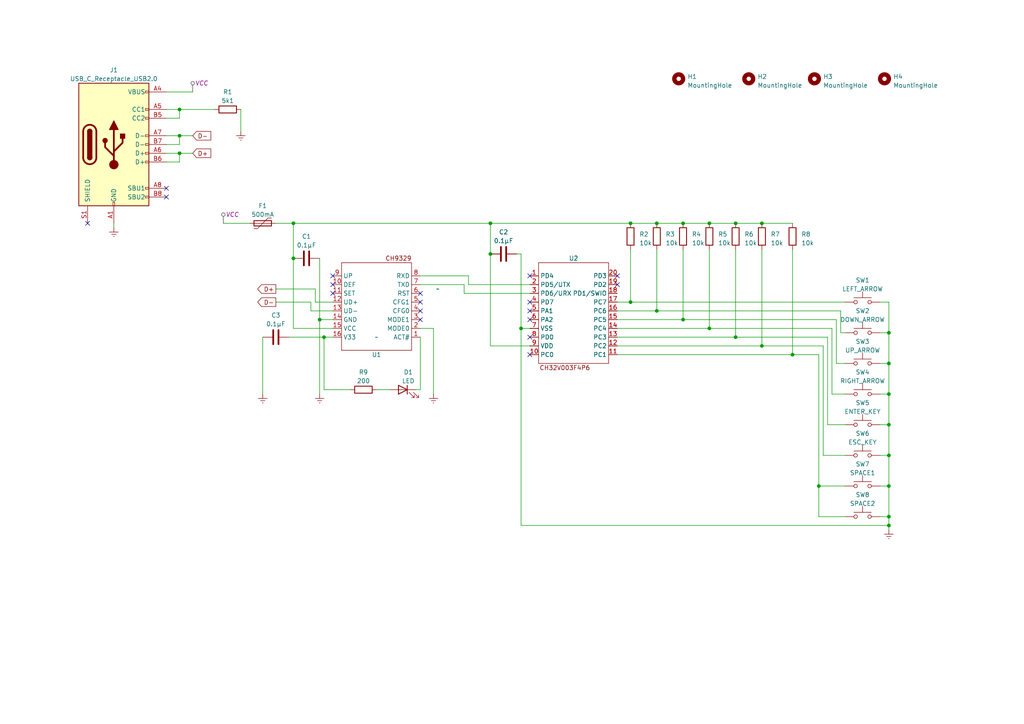
<source format=kicad_sch>
(kicad_sch (version 20230121) (generator eeschema)

  (uuid d4e251c4-7381-4032-b480-75a71ea7a1cf)

  (paper "A4")

  (title_block
    (title "FNF CONTROLLER")
    (date "2023-08-03")
    (company "MAKOTO")
  )

  (lib_symbols
    (symbol "Connector:USB_C_Receptacle_USB2.0" (pin_names (offset 1.016)) (in_bom yes) (on_board yes)
      (property "Reference" "J" (at -10.16 19.05 0)
        (effects (font (size 1.27 1.27)) (justify left))
      )
      (property "Value" "USB_C_Receptacle_USB2.0" (at 19.05 19.05 0)
        (effects (font (size 1.27 1.27)) (justify right))
      )
      (property "Footprint" "" (at 3.81 0 0)
        (effects (font (size 1.27 1.27)) hide)
      )
      (property "Datasheet" "https://www.usb.org/sites/default/files/documents/usb_type-c.zip" (at 3.81 0 0)
        (effects (font (size 1.27 1.27)) hide)
      )
      (property "ki_keywords" "usb universal serial bus type-C USB2.0" (at 0 0 0)
        (effects (font (size 1.27 1.27)) hide)
      )
      (property "ki_description" "USB 2.0-only Type-C Receptacle connector" (at 0 0 0)
        (effects (font (size 1.27 1.27)) hide)
      )
      (property "ki_fp_filters" "USB*C*Receptacle*" (at 0 0 0)
        (effects (font (size 1.27 1.27)) hide)
      )
      (symbol "USB_C_Receptacle_USB2.0_0_0"
        (rectangle (start -0.254 -17.78) (end 0.254 -16.764)
          (stroke (width 0) (type default))
          (fill (type none))
        )
        (rectangle (start 10.16 -14.986) (end 9.144 -15.494)
          (stroke (width 0) (type default))
          (fill (type none))
        )
        (rectangle (start 10.16 -12.446) (end 9.144 -12.954)
          (stroke (width 0) (type default))
          (fill (type none))
        )
        (rectangle (start 10.16 -4.826) (end 9.144 -5.334)
          (stroke (width 0) (type default))
          (fill (type none))
        )
        (rectangle (start 10.16 -2.286) (end 9.144 -2.794)
          (stroke (width 0) (type default))
          (fill (type none))
        )
        (rectangle (start 10.16 0.254) (end 9.144 -0.254)
          (stroke (width 0) (type default))
          (fill (type none))
        )
        (rectangle (start 10.16 2.794) (end 9.144 2.286)
          (stroke (width 0) (type default))
          (fill (type none))
        )
        (rectangle (start 10.16 7.874) (end 9.144 7.366)
          (stroke (width 0) (type default))
          (fill (type none))
        )
        (rectangle (start 10.16 10.414) (end 9.144 9.906)
          (stroke (width 0) (type default))
          (fill (type none))
        )
        (rectangle (start 10.16 15.494) (end 9.144 14.986)
          (stroke (width 0) (type default))
          (fill (type none))
        )
      )
      (symbol "USB_C_Receptacle_USB2.0_0_1"
        (rectangle (start -10.16 17.78) (end 10.16 -17.78)
          (stroke (width 0.254) (type default))
          (fill (type background))
        )
        (arc (start -8.89 -3.81) (mid -6.985 -5.7067) (end -5.08 -3.81)
          (stroke (width 0.508) (type default))
          (fill (type none))
        )
        (arc (start -7.62 -3.81) (mid -6.985 -4.4423) (end -6.35 -3.81)
          (stroke (width 0.254) (type default))
          (fill (type none))
        )
        (arc (start -7.62 -3.81) (mid -6.985 -4.4423) (end -6.35 -3.81)
          (stroke (width 0.254) (type default))
          (fill (type outline))
        )
        (rectangle (start -7.62 -3.81) (end -6.35 3.81)
          (stroke (width 0.254) (type default))
          (fill (type outline))
        )
        (arc (start -6.35 3.81) (mid -6.985 4.4423) (end -7.62 3.81)
          (stroke (width 0.254) (type default))
          (fill (type none))
        )
        (arc (start -6.35 3.81) (mid -6.985 4.4423) (end -7.62 3.81)
          (stroke (width 0.254) (type default))
          (fill (type outline))
        )
        (arc (start -5.08 3.81) (mid -6.985 5.7067) (end -8.89 3.81)
          (stroke (width 0.508) (type default))
          (fill (type none))
        )
        (circle (center -2.54 1.143) (radius 0.635)
          (stroke (width 0.254) (type default))
          (fill (type outline))
        )
        (circle (center 0 -5.842) (radius 1.27)
          (stroke (width 0) (type default))
          (fill (type outline))
        )
        (polyline
          (pts
            (xy -8.89 -3.81)
            (xy -8.89 3.81)
          )
          (stroke (width 0.508) (type default))
          (fill (type none))
        )
        (polyline
          (pts
            (xy -5.08 3.81)
            (xy -5.08 -3.81)
          )
          (stroke (width 0.508) (type default))
          (fill (type none))
        )
        (polyline
          (pts
            (xy 0 -5.842)
            (xy 0 4.318)
          )
          (stroke (width 0.508) (type default))
          (fill (type none))
        )
        (polyline
          (pts
            (xy 0 -3.302)
            (xy -2.54 -0.762)
            (xy -2.54 0.508)
          )
          (stroke (width 0.508) (type default))
          (fill (type none))
        )
        (polyline
          (pts
            (xy 0 -2.032)
            (xy 2.54 0.508)
            (xy 2.54 1.778)
          )
          (stroke (width 0.508) (type default))
          (fill (type none))
        )
        (polyline
          (pts
            (xy -1.27 4.318)
            (xy 0 6.858)
            (xy 1.27 4.318)
            (xy -1.27 4.318)
          )
          (stroke (width 0.254) (type default))
          (fill (type outline))
        )
        (rectangle (start 1.905 1.778) (end 3.175 3.048)
          (stroke (width 0.254) (type default))
          (fill (type outline))
        )
      )
      (symbol "USB_C_Receptacle_USB2.0_1_1"
        (pin passive line (at 0 -22.86 90) (length 5.08)
          (name "GND" (effects (font (size 1.27 1.27))))
          (number "A1" (effects (font (size 1.27 1.27))))
        )
        (pin passive line (at 0 -22.86 90) (length 5.08) hide
          (name "GND" (effects (font (size 1.27 1.27))))
          (number "A12" (effects (font (size 1.27 1.27))))
        )
        (pin passive line (at 15.24 15.24 180) (length 5.08)
          (name "VBUS" (effects (font (size 1.27 1.27))))
          (number "A4" (effects (font (size 1.27 1.27))))
        )
        (pin bidirectional line (at 15.24 10.16 180) (length 5.08)
          (name "CC1" (effects (font (size 1.27 1.27))))
          (number "A5" (effects (font (size 1.27 1.27))))
        )
        (pin bidirectional line (at 15.24 -2.54 180) (length 5.08)
          (name "D+" (effects (font (size 1.27 1.27))))
          (number "A6" (effects (font (size 1.27 1.27))))
        )
        (pin bidirectional line (at 15.24 2.54 180) (length 5.08)
          (name "D-" (effects (font (size 1.27 1.27))))
          (number "A7" (effects (font (size 1.27 1.27))))
        )
        (pin bidirectional line (at 15.24 -12.7 180) (length 5.08)
          (name "SBU1" (effects (font (size 1.27 1.27))))
          (number "A8" (effects (font (size 1.27 1.27))))
        )
        (pin passive line (at 15.24 15.24 180) (length 5.08) hide
          (name "VBUS" (effects (font (size 1.27 1.27))))
          (number "A9" (effects (font (size 1.27 1.27))))
        )
        (pin passive line (at 0 -22.86 90) (length 5.08) hide
          (name "GND" (effects (font (size 1.27 1.27))))
          (number "B1" (effects (font (size 1.27 1.27))))
        )
        (pin passive line (at 0 -22.86 90) (length 5.08) hide
          (name "GND" (effects (font (size 1.27 1.27))))
          (number "B12" (effects (font (size 1.27 1.27))))
        )
        (pin passive line (at 15.24 15.24 180) (length 5.08) hide
          (name "VBUS" (effects (font (size 1.27 1.27))))
          (number "B4" (effects (font (size 1.27 1.27))))
        )
        (pin bidirectional line (at 15.24 7.62 180) (length 5.08)
          (name "CC2" (effects (font (size 1.27 1.27))))
          (number "B5" (effects (font (size 1.27 1.27))))
        )
        (pin bidirectional line (at 15.24 -5.08 180) (length 5.08)
          (name "D+" (effects (font (size 1.27 1.27))))
          (number "B6" (effects (font (size 1.27 1.27))))
        )
        (pin bidirectional line (at 15.24 0 180) (length 5.08)
          (name "D-" (effects (font (size 1.27 1.27))))
          (number "B7" (effects (font (size 1.27 1.27))))
        )
        (pin bidirectional line (at 15.24 -15.24 180) (length 5.08)
          (name "SBU2" (effects (font (size 1.27 1.27))))
          (number "B8" (effects (font (size 1.27 1.27))))
        )
        (pin passive line (at 15.24 15.24 180) (length 5.08) hide
          (name "VBUS" (effects (font (size 1.27 1.27))))
          (number "B9" (effects (font (size 1.27 1.27))))
        )
        (pin passive line (at -7.62 -22.86 90) (length 5.08)
          (name "SHIELD" (effects (font (size 1.27 1.27))))
          (number "S1" (effects (font (size 1.27 1.27))))
        )
      )
    )
    (symbol "Device:C" (pin_numbers hide) (pin_names (offset 0.254)) (in_bom yes) (on_board yes)
      (property "Reference" "C" (at 0.635 2.54 0)
        (effects (font (size 1.27 1.27)) (justify left))
      )
      (property "Value" "C" (at 0.635 -2.54 0)
        (effects (font (size 1.27 1.27)) (justify left))
      )
      (property "Footprint" "" (at 0.9652 -3.81 0)
        (effects (font (size 1.27 1.27)) hide)
      )
      (property "Datasheet" "~" (at 0 0 0)
        (effects (font (size 1.27 1.27)) hide)
      )
      (property "ki_keywords" "cap capacitor" (at 0 0 0)
        (effects (font (size 1.27 1.27)) hide)
      )
      (property "ki_description" "Unpolarized capacitor" (at 0 0 0)
        (effects (font (size 1.27 1.27)) hide)
      )
      (property "ki_fp_filters" "C_*" (at 0 0 0)
        (effects (font (size 1.27 1.27)) hide)
      )
      (symbol "C_0_1"
        (polyline
          (pts
            (xy -2.032 -0.762)
            (xy 2.032 -0.762)
          )
          (stroke (width 0.508) (type default))
          (fill (type none))
        )
        (polyline
          (pts
            (xy -2.032 0.762)
            (xy 2.032 0.762)
          )
          (stroke (width 0.508) (type default))
          (fill (type none))
        )
      )
      (symbol "C_1_1"
        (pin passive line (at 0 3.81 270) (length 2.794)
          (name "~" (effects (font (size 1.27 1.27))))
          (number "1" (effects (font (size 1.27 1.27))))
        )
        (pin passive line (at 0 -3.81 90) (length 2.794)
          (name "~" (effects (font (size 1.27 1.27))))
          (number "2" (effects (font (size 1.27 1.27))))
        )
      )
    )
    (symbol "Device:LED" (pin_numbers hide) (pin_names (offset 1.016) hide) (in_bom yes) (on_board yes)
      (property "Reference" "D" (at 0 2.54 0)
        (effects (font (size 1.27 1.27)))
      )
      (property "Value" "LED" (at 0 -2.54 0)
        (effects (font (size 1.27 1.27)))
      )
      (property "Footprint" "" (at 0 0 0)
        (effects (font (size 1.27 1.27)) hide)
      )
      (property "Datasheet" "~" (at 0 0 0)
        (effects (font (size 1.27 1.27)) hide)
      )
      (property "ki_keywords" "LED diode" (at 0 0 0)
        (effects (font (size 1.27 1.27)) hide)
      )
      (property "ki_description" "Light emitting diode" (at 0 0 0)
        (effects (font (size 1.27 1.27)) hide)
      )
      (property "ki_fp_filters" "LED* LED_SMD:* LED_THT:*" (at 0 0 0)
        (effects (font (size 1.27 1.27)) hide)
      )
      (symbol "LED_0_1"
        (polyline
          (pts
            (xy -1.27 -1.27)
            (xy -1.27 1.27)
          )
          (stroke (width 0.254) (type default))
          (fill (type none))
        )
        (polyline
          (pts
            (xy -1.27 0)
            (xy 1.27 0)
          )
          (stroke (width 0) (type default))
          (fill (type none))
        )
        (polyline
          (pts
            (xy 1.27 -1.27)
            (xy 1.27 1.27)
            (xy -1.27 0)
            (xy 1.27 -1.27)
          )
          (stroke (width 0.254) (type default))
          (fill (type none))
        )
        (polyline
          (pts
            (xy -3.048 -0.762)
            (xy -4.572 -2.286)
            (xy -3.81 -2.286)
            (xy -4.572 -2.286)
            (xy -4.572 -1.524)
          )
          (stroke (width 0) (type default))
          (fill (type none))
        )
        (polyline
          (pts
            (xy -1.778 -0.762)
            (xy -3.302 -2.286)
            (xy -2.54 -2.286)
            (xy -3.302 -2.286)
            (xy -3.302 -1.524)
          )
          (stroke (width 0) (type default))
          (fill (type none))
        )
      )
      (symbol "LED_1_1"
        (pin passive line (at -3.81 0 0) (length 2.54)
          (name "K" (effects (font (size 1.27 1.27))))
          (number "1" (effects (font (size 1.27 1.27))))
        )
        (pin passive line (at 3.81 0 180) (length 2.54)
          (name "A" (effects (font (size 1.27 1.27))))
          (number "2" (effects (font (size 1.27 1.27))))
        )
      )
    )
    (symbol "Device:Polyfuse" (pin_numbers hide) (pin_names (offset 0)) (in_bom yes) (on_board yes)
      (property "Reference" "F" (at -2.54 0 90)
        (effects (font (size 1.27 1.27)))
      )
      (property "Value" "Polyfuse" (at 2.54 0 90)
        (effects (font (size 1.27 1.27)))
      )
      (property "Footprint" "" (at 1.27 -5.08 0)
        (effects (font (size 1.27 1.27)) (justify left) hide)
      )
      (property "Datasheet" "~" (at 0 0 0)
        (effects (font (size 1.27 1.27)) hide)
      )
      (property "ki_keywords" "resettable fuse PTC PPTC polyfuse polyswitch" (at 0 0 0)
        (effects (font (size 1.27 1.27)) hide)
      )
      (property "ki_description" "Resettable fuse, polymeric positive temperature coefficient" (at 0 0 0)
        (effects (font (size 1.27 1.27)) hide)
      )
      (property "ki_fp_filters" "*polyfuse* *PTC*" (at 0 0 0)
        (effects (font (size 1.27 1.27)) hide)
      )
      (symbol "Polyfuse_0_1"
        (rectangle (start -0.762 2.54) (end 0.762 -2.54)
          (stroke (width 0.254) (type default))
          (fill (type none))
        )
        (polyline
          (pts
            (xy 0 2.54)
            (xy 0 -2.54)
          )
          (stroke (width 0) (type default))
          (fill (type none))
        )
        (polyline
          (pts
            (xy -1.524 2.54)
            (xy -1.524 1.524)
            (xy 1.524 -1.524)
            (xy 1.524 -2.54)
          )
          (stroke (width 0) (type default))
          (fill (type none))
        )
      )
      (symbol "Polyfuse_1_1"
        (pin passive line (at 0 3.81 270) (length 1.27)
          (name "~" (effects (font (size 1.27 1.27))))
          (number "1" (effects (font (size 1.27 1.27))))
        )
        (pin passive line (at 0 -3.81 90) (length 1.27)
          (name "~" (effects (font (size 1.27 1.27))))
          (number "2" (effects (font (size 1.27 1.27))))
        )
      )
    )
    (symbol "Device:R" (pin_numbers hide) (pin_names (offset 0)) (in_bom yes) (on_board yes)
      (property "Reference" "R" (at 2.032 0 90)
        (effects (font (size 1.27 1.27)))
      )
      (property "Value" "R" (at 0 0 90)
        (effects (font (size 1.27 1.27)))
      )
      (property "Footprint" "" (at -1.778 0 90)
        (effects (font (size 1.27 1.27)) hide)
      )
      (property "Datasheet" "~" (at 0 0 0)
        (effects (font (size 1.27 1.27)) hide)
      )
      (property "ki_keywords" "R res resistor" (at 0 0 0)
        (effects (font (size 1.27 1.27)) hide)
      )
      (property "ki_description" "Resistor" (at 0 0 0)
        (effects (font (size 1.27 1.27)) hide)
      )
      (property "ki_fp_filters" "R_*" (at 0 0 0)
        (effects (font (size 1.27 1.27)) hide)
      )
      (symbol "R_0_1"
        (rectangle (start -1.016 -2.54) (end 1.016 2.54)
          (stroke (width 0.254) (type default))
          (fill (type none))
        )
      )
      (symbol "R_1_1"
        (pin passive line (at 0 3.81 270) (length 1.27)
          (name "~" (effects (font (size 1.27 1.27))))
          (number "1" (effects (font (size 1.27 1.27))))
        )
        (pin passive line (at 0 -3.81 90) (length 1.27)
          (name "~" (effects (font (size 1.27 1.27))))
          (number "2" (effects (font (size 1.27 1.27))))
        )
      )
    )
    (symbol "Mechanical:MountingHole" (pin_names (offset 1.016)) (in_bom yes) (on_board yes)
      (property "Reference" "H" (at 0 5.08 0)
        (effects (font (size 1.27 1.27)))
      )
      (property "Value" "MountingHole" (at 0 3.175 0)
        (effects (font (size 1.27 1.27)))
      )
      (property "Footprint" "" (at 0 0 0)
        (effects (font (size 1.27 1.27)) hide)
      )
      (property "Datasheet" "~" (at 0 0 0)
        (effects (font (size 1.27 1.27)) hide)
      )
      (property "ki_keywords" "mounting hole" (at 0 0 0)
        (effects (font (size 1.27 1.27)) hide)
      )
      (property "ki_description" "Mounting Hole without connection" (at 0 0 0)
        (effects (font (size 1.27 1.27)) hide)
      )
      (property "ki_fp_filters" "MountingHole*" (at 0 0 0)
        (effects (font (size 1.27 1.27)) hide)
      )
      (symbol "MountingHole_0_1"
        (circle (center 0 0) (radius 1.27)
          (stroke (width 1.27) (type default))
          (fill (type none))
        )
      )
    )
    (symbol "Switch:SW_MEC_5G" (pin_numbers hide) (pin_names (offset 1.016) hide) (in_bom yes) (on_board yes)
      (property "Reference" "SW" (at 1.27 2.54 0)
        (effects (font (size 1.27 1.27)) (justify left))
      )
      (property "Value" "SW_MEC_5G" (at 0 -1.524 0)
        (effects (font (size 1.27 1.27)))
      )
      (property "Footprint" "" (at 0 5.08 0)
        (effects (font (size 1.27 1.27)) hide)
      )
      (property "Datasheet" "http://www.apem.com/int/index.php?controller=attachment&id_attachment=488" (at 0 5.08 0)
        (effects (font (size 1.27 1.27)) hide)
      )
      (property "ki_keywords" "switch normally-open pushbutton push-button" (at 0 0 0)
        (effects (font (size 1.27 1.27)) hide)
      )
      (property "ki_description" "MEC 5G single pole normally-open tactile switch" (at 0 0 0)
        (effects (font (size 1.27 1.27)) hide)
      )
      (property "ki_fp_filters" "SW*MEC*5G*" (at 0 0 0)
        (effects (font (size 1.27 1.27)) hide)
      )
      (symbol "SW_MEC_5G_0_1"
        (circle (center -2.032 0) (radius 0.508)
          (stroke (width 0) (type default))
          (fill (type none))
        )
        (polyline
          (pts
            (xy 0 1.27)
            (xy 0 3.048)
          )
          (stroke (width 0) (type default))
          (fill (type none))
        )
        (polyline
          (pts
            (xy 2.54 1.27)
            (xy -2.54 1.27)
          )
          (stroke (width 0) (type default))
          (fill (type none))
        )
        (circle (center 2.032 0) (radius 0.508)
          (stroke (width 0) (type default))
          (fill (type none))
        )
        (pin passive line (at -5.08 0 0) (length 2.54)
          (name "A" (effects (font (size 1.27 1.27))))
          (number "1" (effects (font (size 1.27 1.27))))
        )
        (pin passive line (at 5.08 0 180) (length 2.54)
          (name "B" (effects (font (size 1.27 1.27))))
          (number "3" (effects (font (size 1.27 1.27))))
        )
      )
      (symbol "SW_MEC_5G_1_1"
        (pin passive line (at -5.08 0 0) (length 2.54) hide
          (name "A" (effects (font (size 1.27 1.27))))
          (number "2" (effects (font (size 1.27 1.27))))
        )
        (pin passive line (at 5.08 0 180) (length 2.54) hide
          (name "B" (effects (font (size 1.27 1.27))))
          (number "4" (effects (font (size 1.27 1.27))))
        )
      )
    )
    (symbol "ch32v003f4p6:ch32v003f4p6" (in_bom yes) (on_board yes)
      (property "Reference" "U" (at -8.89 16.51 0)
        (effects (font (size 1.27 1.27)))
      )
      (property "Value" "" (at -39.37 7.62 0)
        (effects (font (size 1.27 1.27)))
      )
      (property "Footprint" "" (at -39.37 7.62 0)
        (effects (font (size 1.27 1.27)) hide)
      )
      (property "Datasheet" "" (at -39.37 7.62 0)
        (effects (font (size 1.27 1.27)) hide)
      )
      (symbol "ch32v003f4p6_0_0"
        (pin passive line (at -12.7 11.43 0) (length 2.54)
          (name "PD4" (effects (font (size 1.27 1.27))))
          (number "1" (effects (font (size 1.27 1.27))))
        )
        (pin passive line (at -12.7 -11.43 0) (length 2.54)
          (name "PC0" (effects (font (size 1.27 1.27))))
          (number "10" (effects (font (size 1.27 1.27))))
        )
        (pin passive line (at 12.7 -11.43 180) (length 2.54)
          (name "PC1" (effects (font (size 1.27 1.27))))
          (number "11" (effects (font (size 1.27 1.27))))
        )
        (pin passive line (at 12.7 -8.89 180) (length 2.54)
          (name "PC2" (effects (font (size 1.27 1.27))))
          (number "12" (effects (font (size 1.27 1.27))))
        )
        (pin passive line (at 12.7 -6.35 180) (length 2.54)
          (name "PC3" (effects (font (size 1.27 1.27))))
          (number "13" (effects (font (size 1.27 1.27))))
        )
        (pin passive line (at 12.7 -3.81 180) (length 2.54)
          (name "PC4" (effects (font (size 1.27 1.27))))
          (number "14" (effects (font (size 1.27 1.27))))
        )
        (pin passive line (at 12.7 -1.27 180) (length 2.54)
          (name "PC5" (effects (font (size 1.27 1.27))))
          (number "15" (effects (font (size 1.27 1.27))))
        )
        (pin passive line (at 12.7 1.27 180) (length 2.54)
          (name "PC6" (effects (font (size 1.27 1.27))))
          (number "16" (effects (font (size 1.27 1.27))))
        )
        (pin passive line (at 12.7 3.81 180) (length 2.54)
          (name "PC7" (effects (font (size 1.27 1.27))))
          (number "17" (effects (font (size 1.27 1.27))))
        )
        (pin passive line (at 12.7 6.35 180) (length 2.54)
          (name "PD1/SWIO" (effects (font (size 1.27 1.27))))
          (number "18" (effects (font (size 1.27 1.27))))
        )
        (pin passive line (at 12.7 8.89 180) (length 2.54)
          (name "PD2" (effects (font (size 1.27 1.27))))
          (number "19" (effects (font (size 1.27 1.27))))
        )
        (pin passive line (at -12.7 8.89 0) (length 2.54)
          (name "PD5/UTX" (effects (font (size 1.27 1.27))))
          (number "2" (effects (font (size 1.27 1.27))))
        )
        (pin passive line (at 12.7 11.43 180) (length 2.54)
          (name "PD3" (effects (font (size 1.27 1.27))))
          (number "20" (effects (font (size 1.27 1.27))))
        )
        (pin passive line (at -12.7 6.35 0) (length 2.54)
          (name "PD6/URX" (effects (font (size 1.27 1.27))))
          (number "3" (effects (font (size 1.27 1.27))))
        )
        (pin passive line (at -12.7 3.81 0) (length 2.54)
          (name "PD7" (effects (font (size 1.27 1.27))))
          (number "4" (effects (font (size 1.27 1.27))))
        )
        (pin passive line (at -12.7 1.27 0) (length 2.54)
          (name "PA1" (effects (font (size 1.27 1.27))))
          (number "5" (effects (font (size 1.27 1.27))))
        )
        (pin passive line (at -12.7 -1.27 0) (length 2.54)
          (name "PA2" (effects (font (size 1.27 1.27))))
          (number "6" (effects (font (size 1.27 1.27))))
        )
        (pin passive line (at -12.7 -3.81 0) (length 2.54)
          (name "VSS" (effects (font (size 1.27 1.27))))
          (number "7" (effects (font (size 1.27 1.27))))
        )
        (pin passive line (at -12.7 -6.35 0) (length 2.54)
          (name "PD0" (effects (font (size 1.27 1.27))))
          (number "8" (effects (font (size 1.27 1.27))))
        )
        (pin passive line (at -12.7 -8.89 0) (length 2.54)
          (name "VDD" (effects (font (size 1.27 1.27))))
          (number "9" (effects (font (size 1.27 1.27))))
        )
      )
      (symbol "ch32v003f4p6_0_1"
        (rectangle (start -10.16 15.24) (end 10.16 -13.97)
          (stroke (width 0) (type default))
          (fill (type none))
        )
      )
      (symbol "ch32v003f4p6_1_1"
        (text "CH32V003F4P6" (at -2.54 -15.24 0)
          (effects (font (size 1.27 1.27)))
        )
      )
    )
    (symbol "ch9329_sop18:CH9329_SOP18" (in_bom yes) (on_board yes)
      (property "Reference" "U" (at -8.89 13.97 0)
        (effects (font (size 1.27 1.27)))
      )
      (property "Value" "" (at 0 8.89 0)
        (effects (font (size 1.27 1.27)))
      )
      (property "Footprint" "" (at 0 8.89 0)
        (effects (font (size 1.27 1.27)) hide)
      )
      (property "Datasheet" "" (at 0 8.89 0)
        (effects (font (size 1.27 1.27)) hide)
      )
      (symbol "CH9329_SOP18_0_0"
        (pin passive line (at -12.7 8.89 0) (length 2.54)
          (name "ACT#" (effects (font (size 1.27 1.27))))
          (number "1" (effects (font (size 1.27 1.27))))
        )
        (pin passive line (at 12.7 -6.35 180) (length 2.54)
          (name "DEF" (effects (font (size 1.27 1.27))))
          (number "10" (effects (font (size 1.27 1.27))))
        )
        (pin passive line (at 12.7 -3.81 180) (length 2.54)
          (name "SET" (effects (font (size 1.27 1.27))))
          (number "11" (effects (font (size 1.27 1.27))))
        )
        (pin passive line (at 12.7 -1.27 180) (length 2.54)
          (name "UD+" (effects (font (size 1.27 1.27))))
          (number "12" (effects (font (size 1.27 1.27))))
        )
        (pin passive line (at 12.7 1.27 180) (length 2.54)
          (name "UD-" (effects (font (size 1.27 1.27))))
          (number "13" (effects (font (size 1.27 1.27))))
        )
        (pin passive line (at 12.7 3.81 180) (length 2.54)
          (name "GND" (effects (font (size 1.27 1.27))))
          (number "14" (effects (font (size 1.27 1.27))))
        )
        (pin passive line (at 12.7 6.35 180) (length 2.54)
          (name "VCC" (effects (font (size 1.27 1.27))))
          (number "15" (effects (font (size 1.27 1.27))))
        )
        (pin passive line (at 12.7 8.89 180) (length 2.54)
          (name "V33" (effects (font (size 1.27 1.27))))
          (number "16" (effects (font (size 1.27 1.27))))
        )
        (pin passive line (at -12.7 6.35 0) (length 2.54)
          (name "MODE0" (effects (font (size 1.27 1.27))))
          (number "2" (effects (font (size 1.27 1.27))))
        )
        (pin passive line (at -12.7 3.81 0) (length 2.54)
          (name "MODE1" (effects (font (size 1.27 1.27))))
          (number "3" (effects (font (size 1.27 1.27))))
        )
        (pin passive line (at -12.7 1.27 0) (length 2.54)
          (name "CFG0" (effects (font (size 1.27 1.27))))
          (number "4" (effects (font (size 1.27 1.27))))
        )
        (pin passive line (at -12.7 -1.27 0) (length 2.54)
          (name "CFG1" (effects (font (size 1.27 1.27))))
          (number "5" (effects (font (size 1.27 1.27))))
        )
        (pin passive line (at -12.7 -3.81 0) (length 2.54)
          (name "RST" (effects (font (size 1.27 1.27))))
          (number "6" (effects (font (size 1.27 1.27))))
        )
        (pin passive line (at -12.7 -6.35 0) (length 2.54)
          (name "TXD" (effects (font (size 1.27 1.27))))
          (number "7" (effects (font (size 1.27 1.27))))
        )
        (pin passive line (at -12.7 -8.89 0) (length 2.54)
          (name "RXD" (effects (font (size 1.27 1.27))))
          (number "8" (effects (font (size 1.27 1.27))))
        )
        (pin passive line (at 12.7 -8.89 180) (length 2.54)
          (name "UP" (effects (font (size 1.27 1.27))))
          (number "9" (effects (font (size 1.27 1.27))))
        )
      )
      (symbol "CH9329_SOP18_1_1"
        (rectangle (start -10.16 12.7) (end 10.16 -12.7)
          (stroke (width 0) (type default))
          (fill (type none))
        )
        (text "CH9329" (at -6.35 -13.97 0)
          (effects (font (size 1.27 1.27)))
        )
      )
    )
    (symbol "power:GNDREF" (power) (pin_names (offset 0)) (in_bom yes) (on_board yes)
      (property "Reference" "#PWR" (at 0 -6.35 0)
        (effects (font (size 1.27 1.27)) hide)
      )
      (property "Value" "GNDREF" (at 0 -3.81 0)
        (effects (font (size 1.27 1.27)))
      )
      (property "Footprint" "" (at 0 0 0)
        (effects (font (size 1.27 1.27)) hide)
      )
      (property "Datasheet" "" (at 0 0 0)
        (effects (font (size 1.27 1.27)) hide)
      )
      (property "ki_keywords" "global power" (at 0 0 0)
        (effects (font (size 1.27 1.27)) hide)
      )
      (property "ki_description" "Power symbol creates a global label with name \"GNDREF\" , reference supply ground" (at 0 0 0)
        (effects (font (size 1.27 1.27)) hide)
      )
      (symbol "GNDREF_0_1"
        (polyline
          (pts
            (xy -0.635 -1.905)
            (xy 0.635 -1.905)
          )
          (stroke (width 0) (type default))
          (fill (type none))
        )
        (polyline
          (pts
            (xy -0.127 -2.54)
            (xy 0.127 -2.54)
          )
          (stroke (width 0) (type default))
          (fill (type none))
        )
        (polyline
          (pts
            (xy 0 -1.27)
            (xy 0 0)
          )
          (stroke (width 0) (type default))
          (fill (type none))
        )
        (polyline
          (pts
            (xy 1.27 -1.27)
            (xy -1.27 -1.27)
          )
          (stroke (width 0) (type default))
          (fill (type none))
        )
      )
      (symbol "GNDREF_1_1"
        (pin power_in line (at 0 0 270) (length 0) hide
          (name "GNDREF" (effects (font (size 1.27 1.27))))
          (number "1" (effects (font (size 1.27 1.27))))
        )
      )
    )
  )

  (junction (at 257.81 123.19) (diameter 0) (color 0 0 0 0)
    (uuid 014c19be-e2e1-4e10-bf8e-c9e1e72a7bbc)
  )
  (junction (at 205.74 95.25) (diameter 0) (color 0 0 0 0)
    (uuid 04029fa3-4441-4dda-9984-8256347adad9)
  )
  (junction (at 85.09 64.77) (diameter 0) (color 0 0 0 0)
    (uuid 09d2edf5-e15e-42e8-b3ea-74e0c8a1bad5)
  )
  (junction (at 257.81 149.86) (diameter 0) (color 0 0 0 0)
    (uuid 0c28dfb2-1ebb-4dfe-88ba-39e7c1711c29)
  )
  (junction (at 190.5 64.77) (diameter 0) (color 0 0 0 0)
    (uuid 0ebc12dd-0bc4-4ebc-b86b-19dd001d0b31)
  )
  (junction (at 52.07 39.37) (diameter 0) (color 0 0 0 0)
    (uuid 0f1669ed-39fb-435c-94b3-3865be1c1a2f)
  )
  (junction (at 142.24 73.66) (diameter 0) (color 0 0 0 0)
    (uuid 1aa7ce94-49b0-4be5-9d68-237ba710d23f)
  )
  (junction (at 257.81 114.3) (diameter 0) (color 0 0 0 0)
    (uuid 1cb02fb4-4568-4161-8006-6fda3e3b7035)
  )
  (junction (at 257.81 105.41) (diameter 0) (color 0 0 0 0)
    (uuid 269a376f-8196-4de3-a0ca-1455fe0eae03)
  )
  (junction (at 182.88 64.77) (diameter 0) (color 0 0 0 0)
    (uuid 4d2cd7fa-b59c-4f9b-b842-1017f2e7eb5a)
  )
  (junction (at 85.09 74.93) (diameter 0) (color 0 0 0 0)
    (uuid 52d59a04-b717-4658-a1aa-d77030f06247)
  )
  (junction (at 237.49 140.97) (diameter 0) (color 0 0 0 0)
    (uuid 56f9589b-1e1b-4930-a23d-dae20f043d89)
  )
  (junction (at 93.98 97.79) (diameter 0) (color 0 0 0 0)
    (uuid 5dab1779-eff1-4fe8-8df1-6c1ebd75e469)
  )
  (junction (at 229.87 102.87) (diameter 0) (color 0 0 0 0)
    (uuid 651c0dae-e555-4193-8929-21d5a45f6802)
  )
  (junction (at 52.07 31.75) (diameter 0) (color 0 0 0 0)
    (uuid 6689758a-40b9-4942-bc50-d845a4964f61)
  )
  (junction (at 198.12 92.71) (diameter 0) (color 0 0 0 0)
    (uuid 69a17b6c-ef83-4311-987a-f7967b0f3b52)
  )
  (junction (at 52.07 44.45) (diameter 0) (color 0 0 0 0)
    (uuid 6f2c605f-b40a-4417-bf46-e79d7e584e21)
  )
  (junction (at 257.81 132.08) (diameter 0) (color 0 0 0 0)
    (uuid 8e010913-b009-4cad-a7aa-a9d71c9590e6)
  )
  (junction (at 257.81 140.97) (diameter 0) (color 0 0 0 0)
    (uuid a54eb6f6-66a3-414f-ab97-779fab387406)
  )
  (junction (at 220.98 64.77) (diameter 0) (color 0 0 0 0)
    (uuid aa9301d9-dab9-4e4d-ae0e-da75de27b630)
  )
  (junction (at 151.13 95.25) (diameter 0) (color 0 0 0 0)
    (uuid ace0aedc-6b09-44e6-acfc-a37099df494c)
  )
  (junction (at 92.71 92.71) (diameter 0) (color 0 0 0 0)
    (uuid ad4edd2f-fdd0-4d42-bd63-f142d53e2a19)
  )
  (junction (at 142.24 64.77) (diameter 0) (color 0 0 0 0)
    (uuid ca4cbacb-b429-4fb7-8246-5f07813e964e)
  )
  (junction (at 190.5 90.17) (diameter 0) (color 0 0 0 0)
    (uuid cc9d1ab2-c3e1-4e0e-964c-343187403275)
  )
  (junction (at 213.36 97.79) (diameter 0) (color 0 0 0 0)
    (uuid d708ada0-60b2-4d74-bc6f-c51daf5db23c)
  )
  (junction (at 257.81 152.4) (diameter 0) (color 0 0 0 0)
    (uuid d891f5db-3d60-40c3-8311-b57a693376f8)
  )
  (junction (at 257.81 96.52) (diameter 0) (color 0 0 0 0)
    (uuid e062a8b9-39a6-4398-8dd6-d9d5218c846b)
  )
  (junction (at 220.98 100.33) (diameter 0) (color 0 0 0 0)
    (uuid e144337e-442c-4ca8-b8a6-4d48e10678d9)
  )
  (junction (at 205.74 64.77) (diameter 0) (color 0 0 0 0)
    (uuid e58480e2-9d93-4d93-ba7e-ce0bb0a37d8b)
  )
  (junction (at 213.36 64.77) (diameter 0) (color 0 0 0 0)
    (uuid f7418a3e-6aec-4650-b6bd-9187f08436c3)
  )
  (junction (at 198.12 64.77) (diameter 0) (color 0 0 0 0)
    (uuid f85662d6-e0e0-4602-aadb-7e818c5d520a)
  )
  (junction (at 182.88 87.63) (diameter 0) (color 0 0 0 0)
    (uuid fffd71a8-e0be-42e1-9547-21a38d9c523d)
  )

  (no_connect (at 153.67 87.63) (uuid 184efa66-48f9-4a78-8e2a-8fcc80026ebc))
  (no_connect (at 179.07 82.55) (uuid 23dee5d2-e744-45a8-872d-bbaf83f9d009))
  (no_connect (at 179.07 80.01) (uuid 23e6773f-3a74-48ba-9c2d-ff260e5f590c))
  (no_connect (at 153.67 97.79) (uuid 271d67a3-e662-478f-b982-84f44b030d33))
  (no_connect (at 153.67 90.17) (uuid 2ea61122-0162-4577-83ab-7a782b3f3ed9))
  (no_connect (at 96.52 85.09) (uuid 42e089b3-25e0-41c2-bddb-5cc5c5749810))
  (no_connect (at 153.67 92.71) (uuid 475e4a1c-40bc-4b73-a954-d3923a7bce81))
  (no_connect (at 121.92 92.71) (uuid 51561f4b-f443-4a2f-a85c-f322db036755))
  (no_connect (at 96.52 82.55) (uuid 75d9c680-698f-4ef4-af39-d02f115980a9))
  (no_connect (at 121.92 87.63) (uuid 8cc5cfe3-1fe9-4c6b-aa68-720121f22042))
  (no_connect (at 121.92 90.17) (uuid 9baae4c7-c3a4-4a3d-864a-28b6ed6083f6))
  (no_connect (at 48.26 57.15) (uuid c46039db-21be-47a4-9489-3b610c9aee90))
  (no_connect (at 96.52 80.01) (uuid cdb4b3fe-4bc3-4e4f-bd35-e478934d1f5b))
  (no_connect (at 48.26 54.61) (uuid d202582d-a9f0-4238-b77d-16d3e01b16f8))
  (no_connect (at 153.67 80.01) (uuid dc163a50-a8cd-482b-a1d1-279f41c146ca))
  (no_connect (at 153.67 102.87) (uuid dccb0f3d-b9d4-4454-b441-8a08f0d91ce7))
  (no_connect (at 25.4 64.77) (uuid e98bc6ef-50de-4743-8068-b61e4ae94702))
  (no_connect (at 121.92 85.09) (uuid f5c7add9-f20e-4a4d-a4a6-48c2ab4682de))

  (wire (pts (xy 48.26 41.91) (xy 52.07 41.91))
    (stroke (width 0) (type default))
    (uuid 03c1013c-975a-47dd-add7-d153500e86b9)
  )
  (wire (pts (xy 121.92 95.25) (xy 125.73 95.25))
    (stroke (width 0) (type default))
    (uuid 04c5d99a-674c-4649-a5e8-678145164218)
  )
  (wire (pts (xy 182.88 87.63) (xy 245.11 87.63))
    (stroke (width 0) (type default))
    (uuid 081073d0-e129-4ad9-b5c8-fc52ae9ab677)
  )
  (wire (pts (xy 55.88 26.67) (xy 48.26 26.67))
    (stroke (width 0) (type default))
    (uuid 0a44a5b4-b2ab-4457-9820-3ea3c3f16fd4)
  )
  (wire (pts (xy 109.22 113.03) (xy 113.03 113.03))
    (stroke (width 0) (type default))
    (uuid 0ab012ab-026e-4131-9589-b216e765cce0)
  )
  (wire (pts (xy 241.3 95.25) (xy 241.3 114.3))
    (stroke (width 0) (type default))
    (uuid 0b9c5a00-54b6-4e24-8919-e6273373b7c7)
  )
  (wire (pts (xy 182.88 64.77) (xy 190.5 64.77))
    (stroke (width 0) (type default))
    (uuid 0c1d704c-85ca-4443-8dcd-5d62238d7398)
  )
  (wire (pts (xy 179.07 102.87) (xy 229.87 102.87))
    (stroke (width 0) (type default))
    (uuid 0f656d5d-2882-437a-85ed-af18ac076774)
  )
  (wire (pts (xy 255.27 114.3) (xy 257.81 114.3))
    (stroke (width 0) (type default))
    (uuid 1079fecd-5b02-4d65-bec1-41d928968898)
  )
  (wire (pts (xy 153.67 82.55) (xy 135.89 82.55))
    (stroke (width 0) (type default))
    (uuid 11f4f6b1-684e-4cd8-a3e3-c2a1d4d2ffd9)
  )
  (wire (pts (xy 151.13 95.25) (xy 153.67 95.25))
    (stroke (width 0) (type default))
    (uuid 12fb1ebc-8a7d-4267-9269-dde6e21bfb28)
  )
  (wire (pts (xy 240.03 97.79) (xy 240.03 123.19))
    (stroke (width 0) (type default))
    (uuid 1ae0df3e-8c78-448b-b5b1-509aac9eac54)
  )
  (wire (pts (xy 92.71 92.71) (xy 92.71 114.3))
    (stroke (width 0) (type default))
    (uuid 1ea82ef7-61d8-4b0f-8674-b97152801d0c)
  )
  (wire (pts (xy 125.73 95.25) (xy 125.73 114.3))
    (stroke (width 0) (type default))
    (uuid 21a7ec29-dfc2-4870-b5ba-2e4c28a22582)
  )
  (wire (pts (xy 134.62 82.55) (xy 121.92 82.55))
    (stroke (width 0) (type default))
    (uuid 2d60b071-8dac-4e8b-97a6-6a518e6968e6)
  )
  (wire (pts (xy 255.27 123.19) (xy 257.81 123.19))
    (stroke (width 0) (type default))
    (uuid 2f55c899-57f1-4bcb-a4c2-8afd6dc3ee56)
  )
  (wire (pts (xy 52.07 31.75) (xy 52.07 34.29))
    (stroke (width 0) (type default))
    (uuid 32c0673e-9b6c-4c2c-a761-ed875bc93cfa)
  )
  (wire (pts (xy 90.17 90.17) (xy 96.52 90.17))
    (stroke (width 0) (type default))
    (uuid 37eedbf3-4348-4594-8800-4017f0dfb9b6)
  )
  (wire (pts (xy 213.36 72.39) (xy 213.36 97.79))
    (stroke (width 0) (type default))
    (uuid 39906ad2-7ebe-4006-88cd-054a9493f59e)
  )
  (wire (pts (xy 182.88 72.39) (xy 182.88 87.63))
    (stroke (width 0) (type default))
    (uuid 3ca7a8ba-0545-4ab8-94c8-6de4d2c81784)
  )
  (wire (pts (xy 62.23 31.75) (xy 52.07 31.75))
    (stroke (width 0) (type default))
    (uuid 3d0e625b-ba78-4320-ae07-392a89948c43)
  )
  (wire (pts (xy 190.5 72.39) (xy 190.5 90.17))
    (stroke (width 0) (type default))
    (uuid 3d1245dd-fcd1-48e5-bac0-fd39c605fe82)
  )
  (wire (pts (xy 255.27 132.08) (xy 257.81 132.08))
    (stroke (width 0) (type default))
    (uuid 3e8e8765-e0d3-4025-af00-e47b5f77942d)
  )
  (wire (pts (xy 93.98 97.79) (xy 96.52 97.79))
    (stroke (width 0) (type default))
    (uuid 3edc38c0-aab7-4a87-a184-037a5156fb1a)
  )
  (wire (pts (xy 237.49 149.86) (xy 237.49 140.97))
    (stroke (width 0) (type default))
    (uuid 40db6401-3a65-49b4-93c6-dc15d61cf638)
  )
  (wire (pts (xy 69.85 31.75) (xy 69.85 38.1))
    (stroke (width 0) (type default))
    (uuid 450c53f8-e931-444c-8615-ffb1dc9e0b1f)
  )
  (wire (pts (xy 257.81 123.19) (xy 257.81 132.08))
    (stroke (width 0) (type default))
    (uuid 4563d28c-d34c-49d8-82b7-120081637bd3)
  )
  (wire (pts (xy 179.07 95.25) (xy 205.74 95.25))
    (stroke (width 0) (type default))
    (uuid 4695158d-66be-4667-8fee-a3c14be7ac91)
  )
  (wire (pts (xy 101.6 113.03) (xy 93.98 113.03))
    (stroke (width 0) (type default))
    (uuid 46bf0634-c9ec-44d6-8985-73248411a462)
  )
  (wire (pts (xy 142.24 64.77) (xy 142.24 73.66))
    (stroke (width 0) (type default))
    (uuid 49b047f3-6f55-44a2-b12c-fe1d6df8da76)
  )
  (wire (pts (xy 52.07 44.45) (xy 48.26 44.45))
    (stroke (width 0) (type default))
    (uuid 4a9dd533-10c3-4271-aa7a-90f7e10ad650)
  )
  (wire (pts (xy 151.13 95.25) (xy 151.13 152.4))
    (stroke (width 0) (type default))
    (uuid 4e3d61f3-8429-4a69-abfb-1bcf0613e74c)
  )
  (wire (pts (xy 255.27 96.52) (xy 257.81 96.52))
    (stroke (width 0) (type default))
    (uuid 50110226-e77b-4174-9a93-b1928d9cb564)
  )
  (wire (pts (xy 90.17 87.63) (xy 90.17 90.17))
    (stroke (width 0) (type default))
    (uuid 556f60b7-e225-415f-8418-515ae9ec811a)
  )
  (wire (pts (xy 52.07 39.37) (xy 48.26 39.37))
    (stroke (width 0) (type default))
    (uuid 5aa9a881-25dd-40b2-a9c3-a611acd6b4cc)
  )
  (wire (pts (xy 198.12 92.71) (xy 242.57 92.71))
    (stroke (width 0) (type default))
    (uuid 5ddc551b-8894-45a6-88bb-ec50ab70c097)
  )
  (wire (pts (xy 205.74 72.39) (xy 205.74 95.25))
    (stroke (width 0) (type default))
    (uuid 5e53354c-64f1-4a26-b339-bc391ef902be)
  )
  (wire (pts (xy 55.88 44.45) (xy 52.07 44.45))
    (stroke (width 0) (type default))
    (uuid 677498af-f3af-4f5c-83ab-2cc3b3c038ea)
  )
  (wire (pts (xy 96.52 95.25) (xy 85.09 95.25))
    (stroke (width 0) (type default))
    (uuid 6815824e-f5fa-4deb-afe3-7bb0cdd481e3)
  )
  (wire (pts (xy 257.81 140.97) (xy 257.81 149.86))
    (stroke (width 0) (type default))
    (uuid 682c9718-3573-4638-a4b9-ecac1c201acc)
  )
  (wire (pts (xy 153.67 100.33) (xy 142.24 100.33))
    (stroke (width 0) (type default))
    (uuid 6a619f85-082e-4c88-9086-bb0b5f97ce89)
  )
  (wire (pts (xy 257.81 149.86) (xy 257.81 152.4))
    (stroke (width 0) (type default))
    (uuid 6ce0cecd-e8c8-4b87-a134-2f594c85d477)
  )
  (wire (pts (xy 238.76 100.33) (xy 238.76 132.08))
    (stroke (width 0) (type default))
    (uuid 6dc93e60-7550-4b7d-878b-a5bce317132b)
  )
  (wire (pts (xy 85.09 64.77) (xy 85.09 74.93))
    (stroke (width 0) (type default))
    (uuid 705a421a-d627-4f89-af81-e117ab67a6e9)
  )
  (wire (pts (xy 257.81 152.4) (xy 257.81 153.67))
    (stroke (width 0) (type default))
    (uuid 727cef37-0365-4c64-8365-908fd60d3cc4)
  )
  (wire (pts (xy 229.87 102.87) (xy 237.49 102.87))
    (stroke (width 0) (type default))
    (uuid 73f765a4-ac7b-4fd7-ad72-17bb18e144a2)
  )
  (wire (pts (xy 134.62 85.09) (xy 134.62 82.55))
    (stroke (width 0) (type default))
    (uuid 749c1d6c-f0df-483f-88a2-b743f1ede819)
  )
  (wire (pts (xy 213.36 97.79) (xy 240.03 97.79))
    (stroke (width 0) (type default))
    (uuid 787225e3-7043-489d-bfb0-7daa37ad8acc)
  )
  (wire (pts (xy 257.81 114.3) (xy 257.81 123.19))
    (stroke (width 0) (type default))
    (uuid 7a33a69d-e7d1-444e-8198-12f8fc8ebccf)
  )
  (wire (pts (xy 92.71 74.93) (xy 92.71 92.71))
    (stroke (width 0) (type default))
    (uuid 7b16ae4b-62ce-4b46-b255-a540622d0e78)
  )
  (wire (pts (xy 198.12 72.39) (xy 198.12 92.71))
    (stroke (width 0) (type default))
    (uuid 7bdc65f9-c3f4-4670-8e89-b9880195bdb6)
  )
  (wire (pts (xy 255.27 140.97) (xy 257.81 140.97))
    (stroke (width 0) (type default))
    (uuid 7e4b77de-6f50-493b-ab0a-6d926082b851)
  )
  (wire (pts (xy 242.57 92.71) (xy 242.57 105.41))
    (stroke (width 0) (type default))
    (uuid 82a5e3b9-89e1-483f-8dc7-0961b29af6be)
  )
  (wire (pts (xy 255.27 87.63) (xy 257.81 87.63))
    (stroke (width 0) (type default))
    (uuid 838ae1ab-71e0-4f71-a5fd-aa531208125a)
  )
  (wire (pts (xy 190.5 64.77) (xy 198.12 64.77))
    (stroke (width 0) (type default))
    (uuid 85e5ec9b-264c-45ff-925b-263c0ddb9ac5)
  )
  (wire (pts (xy 229.87 72.39) (xy 229.87 102.87))
    (stroke (width 0) (type default))
    (uuid 88b1bded-553f-49ed-8971-e4dd7c7d9411)
  )
  (wire (pts (xy 91.44 87.63) (xy 96.52 87.63))
    (stroke (width 0) (type default))
    (uuid 896c2460-4c7a-4869-9ef9-cc4f323b06ab)
  )
  (wire (pts (xy 92.71 92.71) (xy 96.52 92.71))
    (stroke (width 0) (type default))
    (uuid 8ee7fda6-810a-41fa-acff-6c22e6842b85)
  )
  (wire (pts (xy 52.07 39.37) (xy 52.07 41.91))
    (stroke (width 0) (type default))
    (uuid 911b9914-f72a-4ae8-9628-23ce5f574793)
  )
  (wire (pts (xy 91.44 83.82) (xy 91.44 87.63))
    (stroke (width 0) (type default))
    (uuid 92e4ab65-7177-4109-931f-a9a90bf5f674)
  )
  (wire (pts (xy 220.98 72.39) (xy 220.98 100.33))
    (stroke (width 0) (type default))
    (uuid 98378e9f-c965-44dc-ba40-12caa62a6e7b)
  )
  (wire (pts (xy 55.88 39.37) (xy 52.07 39.37))
    (stroke (width 0) (type default))
    (uuid 98e6dc26-99c4-4923-9387-674054431484)
  )
  (wire (pts (xy 245.11 149.86) (xy 237.49 149.86))
    (stroke (width 0) (type default))
    (uuid 9b127f5d-e6ca-4e68-b272-fa2b6a45fa09)
  )
  (wire (pts (xy 205.74 95.25) (xy 241.3 95.25))
    (stroke (width 0) (type default))
    (uuid 9ca63418-0b3d-4b2c-a0fb-305d97edf52e)
  )
  (wire (pts (xy 85.09 64.77) (xy 80.01 64.77))
    (stroke (width 0) (type default))
    (uuid 9dd08ad7-55b8-4679-b9fc-368ebd6e7d74)
  )
  (wire (pts (xy 242.57 105.41) (xy 245.11 105.41))
    (stroke (width 0) (type default))
    (uuid a00992b6-7587-4e07-a5b2-24107289ccae)
  )
  (wire (pts (xy 179.07 92.71) (xy 198.12 92.71))
    (stroke (width 0) (type default))
    (uuid a51eb8e8-379c-4ae2-86dd-bf375e1ab937)
  )
  (wire (pts (xy 153.67 85.09) (xy 134.62 85.09))
    (stroke (width 0) (type default))
    (uuid a6ba3075-bc71-41e5-aad0-58c938f4c1d7)
  )
  (wire (pts (xy 257.81 132.08) (xy 257.81 140.97))
    (stroke (width 0) (type default))
    (uuid a808a154-eb57-42b1-99f2-b4eda0286777)
  )
  (wire (pts (xy 190.5 90.17) (xy 243.84 90.17))
    (stroke (width 0) (type default))
    (uuid a8fa8e41-07cb-47af-8d49-6b26d176ffc4)
  )
  (wire (pts (xy 142.24 73.66) (xy 142.24 100.33))
    (stroke (width 0) (type default))
    (uuid a94d1059-64d4-4a9a-a885-d17a7a7c2304)
  )
  (wire (pts (xy 64.77 64.77) (xy 72.39 64.77))
    (stroke (width 0) (type default))
    (uuid a9ae4658-ab7e-4220-9981-f17ff98b78eb)
  )
  (wire (pts (xy 179.07 97.79) (xy 213.36 97.79))
    (stroke (width 0) (type default))
    (uuid ac7ef2b1-48c6-4f49-9808-fc545f2aa444)
  )
  (wire (pts (xy 198.12 64.77) (xy 205.74 64.77))
    (stroke (width 0) (type default))
    (uuid acb98086-b6c1-4ec7-88bb-8e21d5051618)
  )
  (wire (pts (xy 48.26 46.99) (xy 52.07 46.99))
    (stroke (width 0) (type default))
    (uuid af938f08-e78c-4616-8b9c-ba9f63f50125)
  )
  (wire (pts (xy 33.02 66.04) (xy 33.02 64.77))
    (stroke (width 0) (type default))
    (uuid afd1bb0a-61b6-45ad-b7cd-8e61002f41c3)
  )
  (wire (pts (xy 80.01 87.63) (xy 90.17 87.63))
    (stroke (width 0) (type default))
    (uuid bb2066b4-8e8d-4465-b8bd-bb15743b1bf9)
  )
  (wire (pts (xy 76.2 97.79) (xy 76.2 114.3))
    (stroke (width 0) (type default))
    (uuid bce1d016-1791-48cc-9060-ca549c9955a8)
  )
  (wire (pts (xy 135.89 82.55) (xy 135.89 80.01))
    (stroke (width 0) (type default))
    (uuid bd2ba3ac-ef75-461b-b998-e9099d55e984)
  )
  (wire (pts (xy 257.81 96.52) (xy 257.81 105.41))
    (stroke (width 0) (type default))
    (uuid be180958-4ef5-4e33-92b2-46a8948d47d7)
  )
  (wire (pts (xy 80.01 83.82) (xy 91.44 83.82))
    (stroke (width 0) (type default))
    (uuid be4335c4-f51e-4e7e-816c-e29d9d90b6b5)
  )
  (wire (pts (xy 151.13 152.4) (xy 257.81 152.4))
    (stroke (width 0) (type default))
    (uuid c53d822b-21a5-4f8d-8d5a-d1ac03614b6b)
  )
  (wire (pts (xy 257.81 105.41) (xy 257.81 114.3))
    (stroke (width 0) (type default))
    (uuid c847c6d9-5ded-4f5b-a651-c2c86134285b)
  )
  (wire (pts (xy 52.07 31.75) (xy 48.26 31.75))
    (stroke (width 0) (type default))
    (uuid c8638656-1812-40af-b157-a9b02ef65a0b)
  )
  (wire (pts (xy 120.65 113.03) (xy 121.92 113.03))
    (stroke (width 0) (type default))
    (uuid c948e467-3f45-4c96-8c98-53f767403bed)
  )
  (wire (pts (xy 213.36 64.77) (xy 220.98 64.77))
    (stroke (width 0) (type default))
    (uuid cb84cd30-f411-4e95-9f04-431343c031d6)
  )
  (wire (pts (xy 255.27 105.41) (xy 257.81 105.41))
    (stroke (width 0) (type default))
    (uuid ce045188-f321-431a-b78e-8bf9efd63671)
  )
  (wire (pts (xy 241.3 114.3) (xy 245.11 114.3))
    (stroke (width 0) (type default))
    (uuid cf790d92-358d-408d-8b78-fac279bfdfde)
  )
  (wire (pts (xy 149.86 73.66) (xy 151.13 73.66))
    (stroke (width 0) (type default))
    (uuid cfda6a9f-782e-4b7e-8fbb-e188be85f40c)
  )
  (wire (pts (xy 220.98 64.77) (xy 229.87 64.77))
    (stroke (width 0) (type default))
    (uuid d1d22fc3-0309-443e-a1d8-f401e1eeb957)
  )
  (wire (pts (xy 179.07 90.17) (xy 190.5 90.17))
    (stroke (width 0) (type default))
    (uuid d277ab53-2250-4d40-88ea-3ca890648cdf)
  )
  (wire (pts (xy 52.07 44.45) (xy 52.07 46.99))
    (stroke (width 0) (type default))
    (uuid d350f233-2087-4c09-9593-ede2f7053041)
  )
  (wire (pts (xy 220.98 100.33) (xy 238.76 100.33))
    (stroke (width 0) (type default))
    (uuid d485ad63-ed2c-4fc3-bfd8-6dd1bd2e6889)
  )
  (wire (pts (xy 257.81 87.63) (xy 257.81 96.52))
    (stroke (width 0) (type default))
    (uuid d6939741-5eaa-43c1-b6db-a70969031bdc)
  )
  (wire (pts (xy 237.49 140.97) (xy 245.11 140.97))
    (stroke (width 0) (type default))
    (uuid d89c8224-8097-4df7-92aa-538c60278309)
  )
  (wire (pts (xy 142.24 64.77) (xy 182.88 64.77))
    (stroke (width 0) (type default))
    (uuid da9996be-4a72-4837-b51f-4d9c2b42827b)
  )
  (wire (pts (xy 243.84 90.17) (xy 243.84 96.52))
    (stroke (width 0) (type default))
    (uuid db1190b1-00c6-4eff-bee7-a62d642f0426)
  )
  (wire (pts (xy 48.26 34.29) (xy 52.07 34.29))
    (stroke (width 0) (type default))
    (uuid dba95785-20ed-45c2-8765-6b666ad6cfcb)
  )
  (wire (pts (xy 179.07 87.63) (xy 182.88 87.63))
    (stroke (width 0) (type default))
    (uuid dbdb823c-b7fc-4266-9022-277e0711a86d)
  )
  (wire (pts (xy 121.92 80.01) (xy 135.89 80.01))
    (stroke (width 0) (type default))
    (uuid dcd1399d-231d-4833-9268-feaa5e070bf5)
  )
  (wire (pts (xy 240.03 123.19) (xy 245.11 123.19))
    (stroke (width 0) (type default))
    (uuid de4ee93f-410a-4494-92d3-c68ad7603e93)
  )
  (wire (pts (xy 205.74 64.77) (xy 213.36 64.77))
    (stroke (width 0) (type default))
    (uuid e3f7f518-3fd5-4453-9eef-dcebb882999c)
  )
  (wire (pts (xy 255.27 149.86) (xy 257.81 149.86))
    (stroke (width 0) (type default))
    (uuid e40309fe-1479-4724-8e72-7c14b396de49)
  )
  (wire (pts (xy 83.82 97.79) (xy 93.98 97.79))
    (stroke (width 0) (type default))
    (uuid e5ed5883-48dd-412b-b709-cce6241c2bbf)
  )
  (wire (pts (xy 238.76 132.08) (xy 245.11 132.08))
    (stroke (width 0) (type default))
    (uuid e9492837-5cd3-4e1b-ab0c-e1e3413bc82b)
  )
  (wire (pts (xy 179.07 100.33) (xy 220.98 100.33))
    (stroke (width 0) (type default))
    (uuid ecc4af8b-f110-460d-8062-350654b7cf27)
  )
  (wire (pts (xy 121.92 97.79) (xy 121.92 113.03))
    (stroke (width 0) (type default))
    (uuid f370ade0-53cd-4873-9300-9821aaf1903d)
  )
  (wire (pts (xy 151.13 73.66) (xy 151.13 95.25))
    (stroke (width 0) (type default))
    (uuid f3744aaf-c4e5-4789-9f01-2f7d4a11a34f)
  )
  (wire (pts (xy 237.49 102.87) (xy 237.49 140.97))
    (stroke (width 0) (type default))
    (uuid f5d47cb0-8f5a-4dbd-8698-a1979c9bca33)
  )
  (wire (pts (xy 85.09 95.25) (xy 85.09 74.93))
    (stroke (width 0) (type default))
    (uuid fccba48b-b3e0-4c3e-a66b-cbd8cc683412)
  )
  (wire (pts (xy 142.24 64.77) (xy 85.09 64.77))
    (stroke (width 0) (type default))
    (uuid fde2458d-f8d7-47fd-a149-e7523d2196d2)
  )
  (wire (pts (xy 243.84 96.52) (xy 245.11 96.52))
    (stroke (width 0) (type default))
    (uuid fe260efc-6935-4cc2-8933-86c1166afa44)
  )
  (wire (pts (xy 93.98 113.03) (xy 93.98 97.79))
    (stroke (width 0) (type default))
    (uuid fe7db94c-d048-45d5-82b2-0c9da5a08ae4)
  )

  (global_label "D+" (shape input) (at 55.88 44.45 0) (fields_autoplaced)
    (effects (font (size 1.27 1.27)) (justify left))
    (uuid 3870cbba-1bad-4540-9a0d-997093e7fafc)
    (property "Intersheetrefs" "${INTERSHEET_REFS}" (at 61.6282 44.45 0)
      (effects (font (size 1.27 1.27)) (justify left) hide)
    )
  )
  (global_label "D+" (shape output) (at 80.01 83.82 180) (fields_autoplaced)
    (effects (font (size 1.27 1.27)) (justify right))
    (uuid 6d15cb3e-2232-4c94-acf3-1ecba90b4483)
    (property "Intersheetrefs" "${INTERSHEET_REFS}" (at 74.2618 83.82 0)
      (effects (font (size 1.27 1.27)) (justify right) hide)
    )
  )
  (global_label "D-" (shape input) (at 55.88 39.37 0) (fields_autoplaced)
    (effects (font (size 1.27 1.27)) (justify left))
    (uuid 7aca1eda-140b-44e0-b40a-c42821e4cdbf)
    (property "Intersheetrefs" "${INTERSHEET_REFS}" (at 61.6282 39.37 0)
      (effects (font (size 1.27 1.27)) (justify left) hide)
    )
  )
  (global_label "D-" (shape output) (at 80.01 87.63 180) (fields_autoplaced)
    (effects (font (size 1.27 1.27)) (justify right))
    (uuid 8c97c731-778c-48ce-bf68-8187e1609093)
    (property "Intersheetrefs" "${INTERSHEET_REFS}" (at 74.2618 87.63 0)
      (effects (font (size 1.27 1.27)) (justify right) hide)
    )
  )

  (netclass_flag "" (length 2.54) (shape round) (at 55.88 26.67 0) (fields_autoplaced)
    (effects (font (size 1.27 1.27)) (justify left bottom))
    (uuid cb771849-4677-4aac-b1f4-532e8f691e25)
    (property "Netclass" "VCC" (at 56.5785 24.13 0)
      (effects (font (size 1.27 1.27) italic) (justify left))
    )
    (property "ネットクラ" "" (at 56.5785 25.5905 0)
      (effects (font (size 1.27 1.27) italic) (justify left))
    )
  )
  (netclass_flag "" (length 2.54) (shape round) (at 64.77 64.77 0) (fields_autoplaced)
    (effects (font (size 1.27 1.27)) (justify left bottom))
    (uuid e48e1888-b095-43ab-a70f-585587787d58)
    (property "Netclass" "VCC" (at 65.4685 62.23 0)
      (effects (font (size 1.27 1.27) italic) (justify left))
    )
  )

  (symbol (lib_id "Switch:SW_MEC_5G") (at 250.19 132.08 0) (unit 1)
    (in_bom yes) (on_board yes) (dnp no) (fields_autoplaced)
    (uuid 19a879f8-e61a-4187-bd85-058ef2239ea7)
    (property "Reference" "SW6" (at 250.19 125.73 0)
      (effects (font (size 1.27 1.27)))
    )
    (property "Value" "ESC_KEY" (at 250.19 128.27 0)
      (effects (font (size 1.27 1.27)))
    )
    (property "Footprint" "Connector_JST:JST_XH_B2B-XH-A_1x02_P2.50mm_Vertical" (at 250.19 127 0)
      (effects (font (size 1.27 1.27)) hide)
    )
    (property "Datasheet" "http://www.apem.com/int/index.php?controller=attachment&id_attachment=488" (at 250.19 127 0)
      (effects (font (size 1.27 1.27)) hide)
    )
    (pin "1" (uuid 674e3bed-0afa-4013-a495-760ccf92c7f0))
    (pin "3" (uuid 294a00c3-dcce-49e4-9339-9df72d26b672))
    (pin "2" (uuid 77ba10e6-9c11-4e7b-85b1-8c7904df72ba))
    (pin "4" (uuid 98afe9d2-084c-41a5-a581-742a7125b5de))
    (instances
      (project "FNF_Controller"
        (path "/d4e251c4-7381-4032-b480-75a71ea7a1cf"
          (reference "SW6") (unit 1)
        )
      )
    )
  )

  (symbol (lib_id "power:GNDREF") (at 125.73 114.3 0) (mirror y) (unit 1)
    (in_bom yes) (on_board yes) (dnp no) (fields_autoplaced)
    (uuid 1c5eacd2-f4f0-4045-b5cc-6ffbe059edb2)
    (property "Reference" "#PWR04" (at 125.73 120.65 0)
      (effects (font (size 1.27 1.27)) hide)
    )
    (property "Value" "GNDREF" (at 125.73 119.38 0)
      (effects (font (size 1.27 1.27)) hide)
    )
    (property "Footprint" "" (at 125.73 114.3 0)
      (effects (font (size 1.27 1.27)) hide)
    )
    (property "Datasheet" "" (at 125.73 114.3 0)
      (effects (font (size 1.27 1.27)) hide)
    )
    (pin "1" (uuid 32a644b1-a5df-4efb-8646-987f0aec485a))
    (instances
      (project "FNF_Controller"
        (path "/d4e251c4-7381-4032-b480-75a71ea7a1cf"
          (reference "#PWR04") (unit 1)
        )
      )
    )
  )

  (symbol (lib_id "Device:R") (at 190.5 68.58 0) (unit 1)
    (in_bom yes) (on_board yes) (dnp no) (fields_autoplaced)
    (uuid 22c739b2-39dc-438c-a0ed-abda957c5102)
    (property "Reference" "R3" (at 193.04 67.945 0)
      (effects (font (size 1.27 1.27)) (justify left))
    )
    (property "Value" "10k" (at 193.04 70.485 0)
      (effects (font (size 1.27 1.27)) (justify left))
    )
    (property "Footprint" "Resistor_THT:R_Axial_DIN0204_L3.6mm_D1.6mm_P5.08mm_Horizontal" (at 188.722 68.58 90)
      (effects (font (size 1.27 1.27)) hide)
    )
    (property "Datasheet" "~" (at 190.5 68.58 0)
      (effects (font (size 1.27 1.27)) hide)
    )
    (pin "1" (uuid ce808140-0487-470f-a5e1-cb4aacc91738))
    (pin "2" (uuid 0a527b2c-3af7-4635-b04c-c5a9039c4408))
    (instances
      (project "FNF_Controller"
        (path "/d4e251c4-7381-4032-b480-75a71ea7a1cf"
          (reference "R3") (unit 1)
        )
      )
    )
  )

  (symbol (lib_id "Mechanical:MountingHole") (at 236.22 22.86 0) (unit 1)
    (in_bom yes) (on_board yes) (dnp no) (fields_autoplaced)
    (uuid 22dd1472-ca5a-4e8d-918d-8393beb84a3d)
    (property "Reference" "H3" (at 238.76 22.225 0)
      (effects (font (size 1.27 1.27)) (justify left))
    )
    (property "Value" "MountingHole" (at 238.76 24.765 0)
      (effects (font (size 1.27 1.27)) (justify left))
    )
    (property "Footprint" "MountingHole:MountingHole_3.2mm_M3" (at 236.22 22.86 0)
      (effects (font (size 1.27 1.27)) hide)
    )
    (property "Datasheet" "~" (at 236.22 22.86 0)
      (effects (font (size 1.27 1.27)) hide)
    )
    (instances
      (project "FNF_Controller"
        (path "/d4e251c4-7381-4032-b480-75a71ea7a1cf"
          (reference "H3") (unit 1)
        )
      )
    )
  )

  (symbol (lib_id "Device:C") (at 88.9 74.93 270) (unit 1)
    (in_bom yes) (on_board yes) (dnp no) (fields_autoplaced)
    (uuid 334bbea3-c597-42f8-989b-93b07433f546)
    (property "Reference" "C1" (at 88.9 68.58 90)
      (effects (font (size 1.27 1.27)))
    )
    (property "Value" "0.1μF" (at 88.9 71.12 90)
      (effects (font (size 1.27 1.27)))
    )
    (property "Footprint" "Capacitor_THT:C_Disc_D4.3mm_W1.9mm_P5.00mm" (at 85.09 75.8952 0)
      (effects (font (size 1.27 1.27)) hide)
    )
    (property "Datasheet" "~" (at 88.9 74.93 0)
      (effects (font (size 1.27 1.27)) hide)
    )
    (pin "1" (uuid 8e00280b-abef-4ec6-bddb-86f1513925cb))
    (pin "2" (uuid 70a723f4-7807-4317-bd08-e6b4bf29e1a5))
    (instances
      (project "FNF_Controller"
        (path "/d4e251c4-7381-4032-b480-75a71ea7a1cf"
          (reference "C1") (unit 1)
        )
      )
    )
  )

  (symbol (lib_id "Switch:SW_MEC_5G") (at 250.19 149.86 0) (unit 1)
    (in_bom yes) (on_board yes) (dnp no) (fields_autoplaced)
    (uuid 3565f543-3680-478e-9a31-ca6adabafb28)
    (property "Reference" "SW8" (at 250.19 143.51 0)
      (effects (font (size 1.27 1.27)))
    )
    (property "Value" "SPACE2" (at 250.19 146.05 0)
      (effects (font (size 1.27 1.27)))
    )
    (property "Footprint" "Connector_JST:JST_XH_B2B-XH-A_1x02_P2.50mm_Vertical" (at 250.19 144.78 0)
      (effects (font (size 1.27 1.27)) hide)
    )
    (property "Datasheet" "http://www.apem.com/int/index.php?controller=attachment&id_attachment=488" (at 250.19 144.78 0)
      (effects (font (size 1.27 1.27)) hide)
    )
    (pin "1" (uuid fcb05cf6-2dd7-40e5-a596-eb204ff85207))
    (pin "3" (uuid b033549f-e7b9-4b79-8b75-e3141bafdffd))
    (pin "2" (uuid bcf55b6d-9f50-4cae-9405-63793edcfe50))
    (pin "4" (uuid 62aa4451-1b4b-4965-a811-7da6b8c4d9d1))
    (instances
      (project "FNF_Controller"
        (path "/d4e251c4-7381-4032-b480-75a71ea7a1cf"
          (reference "SW8") (unit 1)
        )
      )
    )
  )

  (symbol (lib_id "Device:R") (at 213.36 68.58 0) (unit 1)
    (in_bom yes) (on_board yes) (dnp no) (fields_autoplaced)
    (uuid 366e22b7-d0d9-46c9-9af1-ce615d12480e)
    (property "Reference" "R6" (at 215.9 67.945 0)
      (effects (font (size 1.27 1.27)) (justify left))
    )
    (property "Value" "10k" (at 215.9 70.485 0)
      (effects (font (size 1.27 1.27)) (justify left))
    )
    (property "Footprint" "Resistor_THT:R_Axial_DIN0204_L3.6mm_D1.6mm_P5.08mm_Horizontal" (at 211.582 68.58 90)
      (effects (font (size 1.27 1.27)) hide)
    )
    (property "Datasheet" "~" (at 213.36 68.58 0)
      (effects (font (size 1.27 1.27)) hide)
    )
    (pin "1" (uuid 2ae4d0be-f7e7-4a56-af4c-ae7371bc85f7))
    (pin "2" (uuid 4086ce66-e916-44de-8862-37a7cb318492))
    (instances
      (project "FNF_Controller"
        (path "/d4e251c4-7381-4032-b480-75a71ea7a1cf"
          (reference "R6") (unit 1)
        )
      )
    )
  )

  (symbol (lib_id "Device:R") (at 198.12 68.58 0) (unit 1)
    (in_bom yes) (on_board yes) (dnp no) (fields_autoplaced)
    (uuid 3d9c964a-858b-4bb2-9572-501ad133920a)
    (property "Reference" "R4" (at 200.66 67.945 0)
      (effects (font (size 1.27 1.27)) (justify left))
    )
    (property "Value" "10k" (at 200.66 70.485 0)
      (effects (font (size 1.27 1.27)) (justify left))
    )
    (property "Footprint" "Resistor_THT:R_Axial_DIN0204_L3.6mm_D1.6mm_P5.08mm_Horizontal" (at 196.342 68.58 90)
      (effects (font (size 1.27 1.27)) hide)
    )
    (property "Datasheet" "~" (at 198.12 68.58 0)
      (effects (font (size 1.27 1.27)) hide)
    )
    (pin "1" (uuid c1f2e51c-49e8-492a-b117-1c9dd8ce956e))
    (pin "2" (uuid d96f3e67-a2bb-4760-a81d-72789938d71f))
    (instances
      (project "FNF_Controller"
        (path "/d4e251c4-7381-4032-b480-75a71ea7a1cf"
          (reference "R4") (unit 1)
        )
      )
    )
  )

  (symbol (lib_id "Device:Polyfuse") (at 76.2 64.77 270) (unit 1)
    (in_bom yes) (on_board yes) (dnp no) (fields_autoplaced)
    (uuid 4d1fffc1-c557-4cad-aec4-238f98e29054)
    (property "Reference" "F1" (at 76.2 59.69 90)
      (effects (font (size 1.27 1.27)))
    )
    (property "Value" "500mA" (at 76.2 62.23 90)
      (effects (font (size 1.27 1.27)))
    )
    (property "Footprint" "Fuse:Fuse_Littelfuse_395Series" (at 71.12 66.04 0)
      (effects (font (size 1.27 1.27)) (justify left) hide)
    )
    (property "Datasheet" "~" (at 76.2 64.77 0)
      (effects (font (size 1.27 1.27)) hide)
    )
    (pin "1" (uuid 98f4cf73-09b5-47d9-9ba0-4b77567d236f))
    (pin "2" (uuid 477a9211-e198-4a71-81aa-a4fbb69cba6c))
    (instances
      (project "FNF_Controller"
        (path "/d4e251c4-7381-4032-b480-75a71ea7a1cf"
          (reference "F1") (unit 1)
        )
      )
    )
  )

  (symbol (lib_id "Switch:SW_MEC_5G") (at 250.19 123.19 0) (unit 1)
    (in_bom yes) (on_board yes) (dnp no) (fields_autoplaced)
    (uuid 5880a9bf-e534-49ab-af4f-67e82ce9309a)
    (property "Reference" "SW5" (at 250.19 116.84 0)
      (effects (font (size 1.27 1.27)))
    )
    (property "Value" "ENTER_KEY" (at 250.19 119.38 0)
      (effects (font (size 1.27 1.27)))
    )
    (property "Footprint" "Connector_JST:JST_XH_B2B-XH-A_1x02_P2.50mm_Vertical" (at 250.19 118.11 0)
      (effects (font (size 1.27 1.27)) hide)
    )
    (property "Datasheet" "http://www.apem.com/int/index.php?controller=attachment&id_attachment=488" (at 250.19 118.11 0)
      (effects (font (size 1.27 1.27)) hide)
    )
    (pin "1" (uuid cade0c43-3c91-4096-97ae-fd629e8ef01b))
    (pin "3" (uuid f6ddf391-cf21-4066-bed3-8485223f3f28))
    (pin "2" (uuid f1835a45-84a5-4b48-a070-813e306d1cb5))
    (pin "4" (uuid 677e7fdd-4c30-42a8-a2df-a802395ec0e0))
    (instances
      (project "FNF_Controller"
        (path "/d4e251c4-7381-4032-b480-75a71ea7a1cf"
          (reference "SW5") (unit 1)
        )
      )
    )
  )

  (symbol (lib_id "Switch:SW_MEC_5G") (at 250.19 114.3 0) (unit 1)
    (in_bom yes) (on_board yes) (dnp no) (fields_autoplaced)
    (uuid 5ef70c19-d5fa-4da7-ae9d-472f212ecae7)
    (property "Reference" "SW4" (at 250.19 107.95 0)
      (effects (font (size 1.27 1.27)))
    )
    (property "Value" "RIGHT_ARROW" (at 250.19 110.49 0)
      (effects (font (size 1.27 1.27)))
    )
    (property "Footprint" "Connector_JST:JST_XH_B2B-XH-A_1x02_P2.50mm_Vertical" (at 250.19 109.22 0)
      (effects (font (size 1.27 1.27)) hide)
    )
    (property "Datasheet" "http://www.apem.com/int/index.php?controller=attachment&id_attachment=488" (at 250.19 109.22 0)
      (effects (font (size 1.27 1.27)) hide)
    )
    (pin "1" (uuid 93dc91fa-b20a-4087-b616-1770429d8c78))
    (pin "3" (uuid 7b00d6c0-f321-43d4-a486-916d1c385ddc))
    (pin "2" (uuid 9352fa06-3adf-4541-b7d5-f77b5151d89f))
    (pin "4" (uuid 64995c6f-777c-4926-9aa8-2548c4da6fd9))
    (instances
      (project "FNF_Controller"
        (path "/d4e251c4-7381-4032-b480-75a71ea7a1cf"
          (reference "SW4") (unit 1)
        )
      )
    )
  )

  (symbol (lib_id "Device:R") (at 220.98 68.58 0) (unit 1)
    (in_bom yes) (on_board yes) (dnp no) (fields_autoplaced)
    (uuid 624e865f-606b-4005-a549-3cc0bcab46bb)
    (property "Reference" "R7" (at 223.52 67.945 0)
      (effects (font (size 1.27 1.27)) (justify left))
    )
    (property "Value" "10k" (at 223.52 70.485 0)
      (effects (font (size 1.27 1.27)) (justify left))
    )
    (property "Footprint" "Resistor_THT:R_Axial_DIN0204_L3.6mm_D1.6mm_P5.08mm_Horizontal" (at 219.202 68.58 90)
      (effects (font (size 1.27 1.27)) hide)
    )
    (property "Datasheet" "~" (at 220.98 68.58 0)
      (effects (font (size 1.27 1.27)) hide)
    )
    (pin "1" (uuid de84b985-0878-491e-b0c9-c174c969d6d2))
    (pin "2" (uuid e61e4d28-38e5-40f6-a261-6a347aa78842))
    (instances
      (project "FNF_Controller"
        (path "/d4e251c4-7381-4032-b480-75a71ea7a1cf"
          (reference "R7") (unit 1)
        )
      )
    )
  )

  (symbol (lib_id "Device:R") (at 205.74 68.58 0) (unit 1)
    (in_bom yes) (on_board yes) (dnp no) (fields_autoplaced)
    (uuid 635415bd-6e1b-4368-ab55-8606caef8210)
    (property "Reference" "R5" (at 208.28 67.945 0)
      (effects (font (size 1.27 1.27)) (justify left))
    )
    (property "Value" "10k" (at 208.28 70.485 0)
      (effects (font (size 1.27 1.27)) (justify left))
    )
    (property "Footprint" "Resistor_THT:R_Axial_DIN0204_L3.6mm_D1.6mm_P5.08mm_Horizontal" (at 203.962 68.58 90)
      (effects (font (size 1.27 1.27)) hide)
    )
    (property "Datasheet" "~" (at 205.74 68.58 0)
      (effects (font (size 1.27 1.27)) hide)
    )
    (pin "1" (uuid 961d38ae-8164-46fa-83f6-761d6f22ee19))
    (pin "2" (uuid 12001d47-55c8-442c-9dac-a918f17cf29d))
    (instances
      (project "FNF_Controller"
        (path "/d4e251c4-7381-4032-b480-75a71ea7a1cf"
          (reference "R5") (unit 1)
        )
      )
    )
  )

  (symbol (lib_id "Switch:SW_MEC_5G") (at 250.19 96.52 0) (unit 1)
    (in_bom yes) (on_board yes) (dnp no) (fields_autoplaced)
    (uuid 66993f91-4869-490d-af46-1da5b57fdc03)
    (property "Reference" "SW2" (at 250.19 90.17 0)
      (effects (font (size 1.27 1.27)))
    )
    (property "Value" "DOWN_ARROW" (at 250.19 92.71 0)
      (effects (font (size 1.27 1.27)))
    )
    (property "Footprint" "Connector_JST:JST_XH_B2B-XH-A_1x02_P2.50mm_Vertical" (at 250.19 91.44 0)
      (effects (font (size 1.27 1.27)) hide)
    )
    (property "Datasheet" "http://www.apem.com/int/index.php?controller=attachment&id_attachment=488" (at 250.19 91.44 0)
      (effects (font (size 1.27 1.27)) hide)
    )
    (pin "1" (uuid bc61677c-fb69-4007-9565-bf57b9cbcbf7))
    (pin "3" (uuid 40b0664b-c46c-4559-be08-a72e71e874f5))
    (pin "2" (uuid daeb6d53-fc7a-420e-924b-e58f82a06487))
    (pin "4" (uuid d9755092-b43f-440a-a257-f263e4b64fce))
    (instances
      (project "FNF_Controller"
        (path "/d4e251c4-7381-4032-b480-75a71ea7a1cf"
          (reference "SW2") (unit 1)
        )
      )
    )
  )

  (symbol (lib_id "Device:R") (at 105.41 113.03 270) (unit 1)
    (in_bom yes) (on_board yes) (dnp no) (fields_autoplaced)
    (uuid 68000b3d-74ea-48da-9580-c0abcc9dda42)
    (property "Reference" "R9" (at 105.41 107.95 90)
      (effects (font (size 1.27 1.27)))
    )
    (property "Value" "200" (at 105.41 110.49 90)
      (effects (font (size 1.27 1.27)))
    )
    (property "Footprint" "Resistor_THT:R_Axial_DIN0204_L3.6mm_D1.6mm_P5.08mm_Horizontal" (at 105.41 111.252 90)
      (effects (font (size 1.27 1.27)) hide)
    )
    (property "Datasheet" "~" (at 105.41 113.03 0)
      (effects (font (size 1.27 1.27)) hide)
    )
    (pin "1" (uuid 90b65aab-41f6-47a7-88bc-81e5e4cf59df))
    (pin "2" (uuid fd9c6d91-36cc-4889-80e3-876c097fc122))
    (instances
      (project "FNF_Controller"
        (path "/d4e251c4-7381-4032-b480-75a71ea7a1cf"
          (reference "R9") (unit 1)
        )
      )
    )
  )

  (symbol (lib_id "power:GNDREF") (at 92.71 114.3 0) (mirror y) (unit 1)
    (in_bom yes) (on_board yes) (dnp no) (fields_autoplaced)
    (uuid 702f327d-cae6-40d6-9c3b-ad5861cd686b)
    (property "Reference" "#PWR05" (at 92.71 120.65 0)
      (effects (font (size 1.27 1.27)) hide)
    )
    (property "Value" "GNDREF" (at 92.71 119.38 0)
      (effects (font (size 1.27 1.27)) hide)
    )
    (property "Footprint" "" (at 92.71 114.3 0)
      (effects (font (size 1.27 1.27)) hide)
    )
    (property "Datasheet" "" (at 92.71 114.3 0)
      (effects (font (size 1.27 1.27)) hide)
    )
    (pin "1" (uuid ddeb66ad-fbea-4b1f-b0e0-0d3e96548f7c))
    (instances
      (project "FNF_Controller"
        (path "/d4e251c4-7381-4032-b480-75a71ea7a1cf"
          (reference "#PWR05") (unit 1)
        )
      )
    )
  )

  (symbol (lib_id "power:GNDREF") (at 69.85 38.1 0) (mirror y) (unit 1)
    (in_bom yes) (on_board yes) (dnp no) (fields_autoplaced)
    (uuid 7d3edd5b-facb-4e9b-b427-f81c125f06b5)
    (property "Reference" "#PWR02" (at 69.85 44.45 0)
      (effects (font (size 1.27 1.27)) hide)
    )
    (property "Value" "GNDREF" (at 69.85 43.18 0)
      (effects (font (size 1.27 1.27)) hide)
    )
    (property "Footprint" "" (at 69.85 38.1 0)
      (effects (font (size 1.27 1.27)) hide)
    )
    (property "Datasheet" "" (at 69.85 38.1 0)
      (effects (font (size 1.27 1.27)) hide)
    )
    (pin "1" (uuid a6b9a005-91a6-42c8-896f-8e2cf1db1e53))
    (instances
      (project "FNF_Controller"
        (path "/d4e251c4-7381-4032-b480-75a71ea7a1cf"
          (reference "#PWR02") (unit 1)
        )
      )
    )
  )

  (symbol (lib_id "Switch:SW_MEC_5G") (at 250.19 87.63 0) (unit 1)
    (in_bom yes) (on_board yes) (dnp no) (fields_autoplaced)
    (uuid 7f6954af-0054-4b3a-8f3d-342a3298f3aa)
    (property "Reference" "SW1" (at 250.19 81.28 0)
      (effects (font (size 1.27 1.27)))
    )
    (property "Value" "LEFT_ARROW" (at 250.19 83.82 0)
      (effects (font (size 1.27 1.27)))
    )
    (property "Footprint" "Connector_JST:JST_XH_B2B-XH-A_1x02_P2.50mm_Vertical" (at 250.19 82.55 0)
      (effects (font (size 1.27 1.27)) hide)
    )
    (property "Datasheet" "http://www.apem.com/int/index.php?controller=attachment&id_attachment=488" (at 250.19 82.55 0)
      (effects (font (size 1.27 1.27)) hide)
    )
    (pin "1" (uuid dccd1f94-3d3e-4973-a589-0edb20061bb8))
    (pin "3" (uuid f889d8f5-c6a6-4b0f-818f-0bbdf38ac46f))
    (pin "2" (uuid 78b98a7b-88d2-4732-b803-6c334f108b65))
    (pin "4" (uuid 21257bb7-6171-4f03-8f75-d1126b009288))
    (instances
      (project "FNF_Controller"
        (path "/d4e251c4-7381-4032-b480-75a71ea7a1cf"
          (reference "SW1") (unit 1)
        )
      )
    )
  )

  (symbol (lib_id "Device:LED") (at 116.84 113.03 0) (mirror y) (unit 1)
    (in_bom yes) (on_board yes) (dnp no)
    (uuid 83d8af39-db31-4261-94d4-6604b02ad9c5)
    (property "Reference" "D1" (at 118.4275 107.95 0)
      (effects (font (size 1.27 1.27)))
    )
    (property "Value" "LED" (at 118.4275 110.49 0)
      (effects (font (size 1.27 1.27)))
    )
    (property "Footprint" "Connector_JST:JST_XH_B2B-XH-A_1x02_P2.50mm_Vertical" (at 116.84 113.03 0)
      (effects (font (size 1.27 1.27)) hide)
    )
    (property "Datasheet" "~" (at 116.84 113.03 0)
      (effects (font (size 1.27 1.27)) hide)
    )
    (pin "1" (uuid 08ac2fd1-3871-49c3-aa11-7832a6a55b97))
    (pin "2" (uuid 567ff402-0e2c-47da-9764-2571f7642f9e))
    (instances
      (project "FNF_Controller"
        (path "/d4e251c4-7381-4032-b480-75a71ea7a1cf"
          (reference "D1") (unit 1)
        )
      )
    )
  )

  (symbol (lib_id "Device:C") (at 80.01 97.79 90) (unit 1)
    (in_bom yes) (on_board yes) (dnp no) (fields_autoplaced)
    (uuid 88502f94-f871-4ab0-a6b0-872993e1e771)
    (property "Reference" "C3" (at 80.01 91.44 90)
      (effects (font (size 1.27 1.27)))
    )
    (property "Value" "0.1μF" (at 80.01 93.98 90)
      (effects (font (size 1.27 1.27)))
    )
    (property "Footprint" "Capacitor_THT:C_Disc_D4.3mm_W1.9mm_P5.00mm" (at 83.82 96.8248 0)
      (effects (font (size 1.27 1.27)) hide)
    )
    (property "Datasheet" "~" (at 80.01 97.79 0)
      (effects (font (size 1.27 1.27)) hide)
    )
    (pin "1" (uuid b50126fd-269e-4908-a66b-9691a91d3a07))
    (pin "2" (uuid fe2cd878-db57-4550-9243-56ff5fdedeaf))
    (instances
      (project "FNF_Controller"
        (path "/d4e251c4-7381-4032-b480-75a71ea7a1cf"
          (reference "C3") (unit 1)
        )
      )
    )
  )

  (symbol (lib_id "Mechanical:MountingHole") (at 196.85 22.86 0) (unit 1)
    (in_bom yes) (on_board yes) (dnp no) (fields_autoplaced)
    (uuid 8b4ccaf4-2e06-4ce6-b7cc-600177302c13)
    (property "Reference" "H1" (at 199.39 22.225 0)
      (effects (font (size 1.27 1.27)) (justify left))
    )
    (property "Value" "MountingHole" (at 199.39 24.765 0)
      (effects (font (size 1.27 1.27)) (justify left))
    )
    (property "Footprint" "MountingHole:MountingHole_3.2mm_M3" (at 196.85 22.86 0)
      (effects (font (size 1.27 1.27)) hide)
    )
    (property "Datasheet" "~" (at 196.85 22.86 0)
      (effects (font (size 1.27 1.27)) hide)
    )
    (instances
      (project "FNF_Controller"
        (path "/d4e251c4-7381-4032-b480-75a71ea7a1cf"
          (reference "H1") (unit 1)
        )
      )
    )
  )

  (symbol (lib_id "Mechanical:MountingHole") (at 256.54 22.86 0) (unit 1)
    (in_bom yes) (on_board yes) (dnp no) (fields_autoplaced)
    (uuid 8f6d77bf-eef2-48bc-a8be-3a69ed38a232)
    (property "Reference" "H4" (at 259.08 22.225 0)
      (effects (font (size 1.27 1.27)) (justify left))
    )
    (property "Value" "MountingHole" (at 259.08 24.765 0)
      (effects (font (size 1.27 1.27)) (justify left))
    )
    (property "Footprint" "MountingHole:MountingHole_3.2mm_M3" (at 256.54 22.86 0)
      (effects (font (size 1.27 1.27)) hide)
    )
    (property "Datasheet" "~" (at 256.54 22.86 0)
      (effects (font (size 1.27 1.27)) hide)
    )
    (instances
      (project "FNF_Controller"
        (path "/d4e251c4-7381-4032-b480-75a71ea7a1cf"
          (reference "H4") (unit 1)
        )
      )
    )
  )

  (symbol (lib_id "Switch:SW_MEC_5G") (at 250.19 105.41 0) (unit 1)
    (in_bom yes) (on_board yes) (dnp no) (fields_autoplaced)
    (uuid 905b624a-5c37-4b97-9e1e-5166b0189ec6)
    (property "Reference" "SW3" (at 250.19 99.06 0)
      (effects (font (size 1.27 1.27)))
    )
    (property "Value" "UP_ARROW" (at 250.19 101.6 0)
      (effects (font (size 1.27 1.27)))
    )
    (property "Footprint" "Connector_JST:JST_XH_B2B-XH-A_1x02_P2.50mm_Vertical" (at 250.19 100.33 0)
      (effects (font (size 1.27 1.27)) hide)
    )
    (property "Datasheet" "http://www.apem.com/int/index.php?controller=attachment&id_attachment=488" (at 250.19 100.33 0)
      (effects (font (size 1.27 1.27)) hide)
    )
    (pin "1" (uuid 83c15237-52fb-4d90-b9d1-501b474caabd))
    (pin "3" (uuid c71a9aad-e335-4206-870f-d7c182f3f6a4))
    (pin "2" (uuid 047676f2-c3b6-4dda-a413-18d15d7f5e7e))
    (pin "4" (uuid 928fb125-2d6a-4222-90f2-73670633f5eb))
    (instances
      (project "FNF_Controller"
        (path "/d4e251c4-7381-4032-b480-75a71ea7a1cf"
          (reference "SW3") (unit 1)
        )
      )
    )
  )

  (symbol (lib_id "Device:R") (at 182.88 68.58 0) (unit 1)
    (in_bom yes) (on_board yes) (dnp no) (fields_autoplaced)
    (uuid 9e64b6cf-e914-451f-96f3-b8c255317482)
    (property "Reference" "R2" (at 185.42 67.945 0)
      (effects (font (size 1.27 1.27)) (justify left))
    )
    (property "Value" "10k" (at 185.42 70.485 0)
      (effects (font (size 1.27 1.27)) (justify left))
    )
    (property "Footprint" "Resistor_THT:R_Axial_DIN0204_L3.6mm_D1.6mm_P5.08mm_Horizontal" (at 181.102 68.58 90)
      (effects (font (size 1.27 1.27)) hide)
    )
    (property "Datasheet" "~" (at 182.88 68.58 0)
      (effects (font (size 1.27 1.27)) hide)
    )
    (pin "1" (uuid cbb13d15-a563-42e6-934c-a2073204113b))
    (pin "2" (uuid f919aee4-ec77-4835-93a1-67a9b6e71abe))
    (instances
      (project "FNF_Controller"
        (path "/d4e251c4-7381-4032-b480-75a71ea7a1cf"
          (reference "R2") (unit 1)
        )
      )
    )
  )

  (symbol (lib_id "Device:R") (at 66.04 31.75 90) (mirror x) (unit 1)
    (in_bom yes) (on_board yes) (dnp no) (fields_autoplaced)
    (uuid a3b60cec-5a4b-408e-b057-b0bd2d1b531e)
    (property "Reference" "R1" (at 66.04 26.67 90)
      (effects (font (size 1.27 1.27)))
    )
    (property "Value" "5k1" (at 66.04 29.21 90)
      (effects (font (size 1.27 1.27)))
    )
    (property "Footprint" "Resistor_THT:R_Axial_DIN0204_L3.6mm_D1.6mm_P5.08mm_Horizontal" (at 66.04 29.972 90)
      (effects (font (size 1.27 1.27)) hide)
    )
    (property "Datasheet" "~" (at 66.04 31.75 0)
      (effects (font (size 1.27 1.27)) hide)
    )
    (pin "1" (uuid 29c00418-5cc0-4094-86ab-9c6f0ebad441))
    (pin "2" (uuid c74af6fc-31eb-4700-aba6-0e6bb51c0d56))
    (instances
      (project "FNF_Controller"
        (path "/d4e251c4-7381-4032-b480-75a71ea7a1cf"
          (reference "R1") (unit 1)
        )
      )
    )
  )

  (symbol (lib_id "ch9329_sop18:CH9329_SOP18") (at 109.22 88.9 180) (unit 1)
    (in_bom yes) (on_board yes) (dnp no)
    (uuid af9cc162-e4a2-48f2-9d28-ba569c1a15be)
    (property "Reference" "U1" (at 109.22 102.87 0)
      (effects (font (size 1.27 1.27)))
    )
    (property "Value" "~" (at 109.22 97.79 0)
      (effects (font (size 1.27 1.27)))
    )
    (property "Footprint" "ch9329:ch9329" (at 109.22 97.79 0)
      (effects (font (size 1.27 1.27)) hide)
    )
    (property "Datasheet" "" (at 109.22 97.79 0)
      (effects (font (size 1.27 1.27)) hide)
    )
    (pin "1" (uuid 7d241ef4-7f5b-4447-9144-715ae53dcf5f))
    (pin "10" (uuid 422d2b8c-2446-4cd2-b4cf-18c1525f3036))
    (pin "11" (uuid 128c42d1-40eb-44bd-81fc-8a7ae003603a))
    (pin "12" (uuid 59e95c85-cbc2-4d8a-9951-1a3d0d2e39ca))
    (pin "13" (uuid 8821127a-0735-4c2c-992a-03f0909ecb5a))
    (pin "14" (uuid df3cdfa1-2777-4ae4-b9ca-2d767e6c46c4))
    (pin "15" (uuid db7b083d-ef40-4d92-b42f-4785151b8481))
    (pin "16" (uuid 1f0ce6b4-f8f0-4c35-874c-339f4490760b))
    (pin "2" (uuid efa15f98-d9ad-47cb-95c1-a21ae51858fb))
    (pin "3" (uuid f1d1f2e4-eb8f-48c2-aa3a-9774859ed3f7))
    (pin "4" (uuid 75dd64b2-d95d-4f7e-b5d2-9e27f272a933))
    (pin "5" (uuid 7d97a2db-979c-4a88-aa3e-66ac120b8366))
    (pin "6" (uuid 691b1bef-bb8b-4bd0-a548-cc5ad64e9073))
    (pin "7" (uuid 8c1d99a5-da87-47de-907b-6d9d915140a6))
    (pin "8" (uuid 82f94d88-8594-47eb-8dbd-d8ceeb59b9b0))
    (pin "9" (uuid 4c3d9116-c75b-4ef6-857c-eac54091b7de))
    (instances
      (project "FNF_Controller"
        (path "/d4e251c4-7381-4032-b480-75a71ea7a1cf"
          (reference "U1") (unit 1)
        )
      )
    )
  )

  (symbol (lib_id "Device:C") (at 146.05 73.66 90) (unit 1)
    (in_bom yes) (on_board yes) (dnp no) (fields_autoplaced)
    (uuid ba3da4fa-93ac-4806-821b-8e3f4afd5cb6)
    (property "Reference" "C2" (at 146.05 67.31 90)
      (effects (font (size 1.27 1.27)))
    )
    (property "Value" "0.1μF" (at 146.05 69.85 90)
      (effects (font (size 1.27 1.27)))
    )
    (property "Footprint" "Capacitor_THT:C_Disc_D4.3mm_W1.9mm_P5.00mm" (at 149.86 72.6948 0)
      (effects (font (size 1.27 1.27)) hide)
    )
    (property "Datasheet" "~" (at 146.05 73.66 0)
      (effects (font (size 1.27 1.27)) hide)
    )
    (pin "1" (uuid 4a41c4f5-9b04-4ce2-98a7-2d5e35e95216))
    (pin "2" (uuid f8ff4b82-ba39-4ed3-ac45-2822123949d4))
    (instances
      (project "FNF_Controller"
        (path "/d4e251c4-7381-4032-b480-75a71ea7a1cf"
          (reference "C2") (unit 1)
        )
      )
    )
  )

  (symbol (lib_id "Mechanical:MountingHole") (at 217.17 22.86 0) (unit 1)
    (in_bom yes) (on_board yes) (dnp no) (fields_autoplaced)
    (uuid c7f577ca-0764-40a0-be2f-73aba389d6e1)
    (property "Reference" "H2" (at 219.71 22.225 0)
      (effects (font (size 1.27 1.27)) (justify left))
    )
    (property "Value" "MountingHole" (at 219.71 24.765 0)
      (effects (font (size 1.27 1.27)) (justify left))
    )
    (property "Footprint" "MountingHole:MountingHole_3.2mm_M3" (at 217.17 22.86 0)
      (effects (font (size 1.27 1.27)) hide)
    )
    (property "Datasheet" "~" (at 217.17 22.86 0)
      (effects (font (size 1.27 1.27)) hide)
    )
    (instances
      (project "FNF_Controller"
        (path "/d4e251c4-7381-4032-b480-75a71ea7a1cf"
          (reference "H2") (unit 1)
        )
      )
    )
  )

  (symbol (lib_id "Device:R") (at 229.87 68.58 0) (unit 1)
    (in_bom yes) (on_board yes) (dnp no) (fields_autoplaced)
    (uuid c8486c9b-44e0-4f5f-b038-262404927ea8)
    (property "Reference" "R8" (at 232.41 67.945 0)
      (effects (font (size 1.27 1.27)) (justify left))
    )
    (property "Value" "10k" (at 232.41 70.485 0)
      (effects (font (size 1.27 1.27)) (justify left))
    )
    (property "Footprint" "Resistor_THT:R_Axial_DIN0204_L3.6mm_D1.6mm_P5.08mm_Horizontal" (at 228.092 68.58 90)
      (effects (font (size 1.27 1.27)) hide)
    )
    (property "Datasheet" "~" (at 229.87 68.58 0)
      (effects (font (size 1.27 1.27)) hide)
    )
    (pin "1" (uuid 4976124a-756b-4e30-8720-7feed9e7975b))
    (pin "2" (uuid a1c9cb8a-e5fa-4ebb-a9ff-ff6f1a0ce0a0))
    (instances
      (project "FNF_Controller"
        (path "/d4e251c4-7381-4032-b480-75a71ea7a1cf"
          (reference "R8") (unit 1)
        )
      )
    )
  )

  (symbol (lib_id "power:GNDREF") (at 257.81 153.67 0) (mirror y) (unit 1)
    (in_bom yes) (on_board yes) (dnp no) (fields_autoplaced)
    (uuid cbeae077-f742-41e5-b004-8e4748e82e5c)
    (property "Reference" "#PWR03" (at 257.81 160.02 0)
      (effects (font (size 1.27 1.27)) hide)
    )
    (property "Value" "GNDREF" (at 257.81 158.75 0)
      (effects (font (size 1.27 1.27)) hide)
    )
    (property "Footprint" "" (at 257.81 153.67 0)
      (effects (font (size 1.27 1.27)) hide)
    )
    (property "Datasheet" "" (at 257.81 153.67 0)
      (effects (font (size 1.27 1.27)) hide)
    )
    (pin "1" (uuid 245ecd5b-8d69-46cb-9703-a1c3cbfb6c03))
    (instances
      (project "FNF_Controller"
        (path "/d4e251c4-7381-4032-b480-75a71ea7a1cf"
          (reference "#PWR03") (unit 1)
        )
      )
    )
  )

  (symbol (lib_id "power:GNDREF") (at 33.02 66.04 0) (mirror y) (unit 1)
    (in_bom yes) (on_board yes) (dnp no) (fields_autoplaced)
    (uuid d8320a70-3784-4b50-a580-b55579cc051d)
    (property "Reference" "#PWR01" (at 33.02 72.39 0)
      (effects (font (size 1.27 1.27)) hide)
    )
    (property "Value" "GNDREF" (at 33.02 71.12 0)
      (effects (font (size 1.27 1.27)) hide)
    )
    (property "Footprint" "" (at 33.02 66.04 0)
      (effects (font (size 1.27 1.27)) hide)
    )
    (property "Datasheet" "" (at 33.02 66.04 0)
      (effects (font (size 1.27 1.27)) hide)
    )
    (pin "1" (uuid b109ec8a-2a66-4a13-9d65-00989c87a706))
    (instances
      (project "FNF_Controller"
        (path "/d4e251c4-7381-4032-b480-75a71ea7a1cf"
          (reference "#PWR01") (unit 1)
        )
      )
    )
  )

  (symbol (lib_id "power:GNDREF") (at 76.2 114.3 0) (mirror y) (unit 1)
    (in_bom yes) (on_board yes) (dnp no) (fields_autoplaced)
    (uuid da5a05bc-69e8-43d0-9720-f47ad4a260d4)
    (property "Reference" "#PWR06" (at 76.2 120.65 0)
      (effects (font (size 1.27 1.27)) hide)
    )
    (property "Value" "GNDREF" (at 76.2 119.38 0)
      (effects (font (size 1.27 1.27)) hide)
    )
    (property "Footprint" "" (at 76.2 114.3 0)
      (effects (font (size 1.27 1.27)) hide)
    )
    (property "Datasheet" "" (at 76.2 114.3 0)
      (effects (font (size 1.27 1.27)) hide)
    )
    (pin "1" (uuid 4a2c727d-21c0-4bd2-82de-1af6799302b8))
    (instances
      (project "FNF_Controller"
        (path "/d4e251c4-7381-4032-b480-75a71ea7a1cf"
          (reference "#PWR06") (unit 1)
        )
      )
    )
  )

  (symbol (lib_id "Connector:USB_C_Receptacle_USB2.0") (at 33.02 41.91 0) (unit 1)
    (in_bom yes) (on_board yes) (dnp no)
    (uuid edda5a2f-50c5-47a2-a75c-76f1ef2cd30f)
    (property "Reference" "J1" (at 33.02 20.32 0)
      (effects (font (size 1.27 1.27)))
    )
    (property "Value" "USB_C_Receptacle_USB2.0" (at 33.02 22.86 0)
      (effects (font (size 1.27 1.27)))
    )
    (property "Footprint" "Connector_USB:USB_C_Receptacle_HRO_TYPE-C-31-M-12" (at 36.83 41.91 0)
      (effects (font (size 1.27 1.27)) hide)
    )
    (property "Datasheet" "https://www.usb.org/sites/default/files/documents/usb_type-c.zip" (at 36.83 41.91 0)
      (effects (font (size 1.27 1.27)) hide)
    )
    (pin "A1" (uuid 223ff247-f7fa-4b0b-9a3d-dc2604d62df7))
    (pin "A12" (uuid 2b6a2fb3-8df9-4827-b9f4-566f7a9d4402))
    (pin "A4" (uuid bf039f01-ff45-49bc-846c-b550c43fbb94))
    (pin "A5" (uuid e9c76151-e9cd-4a7c-b58a-c36f17c99edc))
    (pin "A6" (uuid ca0fab1f-ecab-4350-81be-3a284d795b26))
    (pin "A7" (uuid cd02ce8d-d120-4a33-b00e-ec246b450edd))
    (pin "A8" (uuid 958e53c0-c3ee-4f1f-86cd-5235b74e7ba2))
    (pin "A9" (uuid 7fedfd68-6d00-4808-b155-e4c291d6305a))
    (pin "B1" (uuid 2a558c21-1505-44ed-9670-bfc37ccbc96b))
    (pin "B12" (uuid c961d92a-f45f-48cb-8d32-f2da1256a436))
    (pin "B4" (uuid e4b0f2ed-a43c-4b63-857d-14205c38820d))
    (pin "B5" (uuid d561d5d9-1c42-4889-af02-190f2581f88e))
    (pin "B6" (uuid dfca3dde-38a2-4650-9e9c-f6f5c0f34ef9))
    (pin "B7" (uuid cda50924-6641-41a0-b567-06e2143268d1))
    (pin "B8" (uuid 4eb08d58-79be-44ee-bf27-9e1fae9acc0d))
    (pin "B9" (uuid c7c5f2ee-3a69-4564-b617-557c536e2b38))
    (pin "S1" (uuid 85d0d391-c8f5-4f04-ba2d-93b98a3a0f4d))
    (instances
      (project "FNF_Controller"
        (path "/d4e251c4-7381-4032-b480-75a71ea7a1cf"
          (reference "J1") (unit 1)
        )
      )
    )
  )

  (symbol (lib_id "Switch:SW_MEC_5G") (at 250.19 140.97 0) (unit 1)
    (in_bom yes) (on_board yes) (dnp no) (fields_autoplaced)
    (uuid effe393e-8be9-41e3-9585-7a2ea11c7067)
    (property "Reference" "SW7" (at 250.19 134.62 0)
      (effects (font (size 1.27 1.27)))
    )
    (property "Value" "SPACE1" (at 250.19 137.16 0)
      (effects (font (size 1.27 1.27)))
    )
    (property "Footprint" "Connector_JST:JST_XH_B2B-XH-A_1x02_P2.50mm_Vertical" (at 250.19 135.89 0)
      (effects (font (size 1.27 1.27)) hide)
    )
    (property "Datasheet" "http://www.apem.com/int/index.php?controller=attachment&id_attachment=488" (at 250.19 135.89 0)
      (effects (font (size 1.27 1.27)) hide)
    )
    (pin "1" (uuid 8e9cd2d9-d1fd-453f-8ed2-ff6fb04f7803))
    (pin "3" (uuid 3baca7d6-2732-40cf-9082-45eb81bbdde5))
    (pin "2" (uuid c328b9d6-0d1e-4de2-a7b4-4a34e1a01f53))
    (pin "4" (uuid ab75b178-d475-452f-9c2b-9b09efde5d1a))
    (instances
      (project "FNF_Controller"
        (path "/d4e251c4-7381-4032-b480-75a71ea7a1cf"
          (reference "SW7") (unit 1)
        )
      )
    )
  )

  (symbol (lib_id "ch32v003f4p6:ch32v003f4p6") (at 166.37 91.44 0) (unit 1)
    (in_bom yes) (on_board yes) (dnp no) (fields_autoplaced)
    (uuid fda3bb1b-4189-4609-ba42-e2f348a32456)
    (property "Reference" "U2" (at 166.37 74.93 0)
      (effects (font (size 1.27 1.27)))
    )
    (property "Value" "~" (at 127 83.82 0)
      (effects (font (size 1.27 1.27)))
    )
    (property "Footprint" "ch32v003f4p6:ch32v003f4p6" (at 127 83.82 0)
      (effects (font (size 1.27 1.27)) hide)
    )
    (property "Datasheet" "" (at 127 83.82 0)
      (effects (font (size 1.27 1.27)) hide)
    )
    (pin "1" (uuid 1a8f668f-2e3c-4123-916d-7040d460fca7))
    (pin "10" (uuid 6c970764-2422-46c3-8e16-29f6e142ba5e))
    (pin "11" (uuid 76a0b58d-d17d-4323-a2bd-94e6cf098a24))
    (pin "12" (uuid 5e673540-5b46-42df-ba3d-511278cea691))
    (pin "13" (uuid e3a561f0-e522-4e6f-94c8-aa80b75ff2d7))
    (pin "14" (uuid 71ec0a73-2bd9-47ef-9331-239732975dfb))
    (pin "15" (uuid eedfc5a4-8436-4d70-8268-e93b02b98143))
    (pin "16" (uuid f265769c-1a01-4211-8bb3-dd29c07b1918))
    (pin "17" (uuid 9f4a6f37-4c0b-48a2-8626-71b9baa92b2f))
    (pin "18" (uuid c9f7bbd2-241a-4f70-9445-a6b5e44de5ea))
    (pin "19" (uuid 8b36cfa6-9212-4a6b-9872-43cfad8ba5fb))
    (pin "2" (uuid d9ae3c27-cb5d-43fe-aeb5-216a25ab36b5))
    (pin "20" (uuid 4a97993e-00a2-4248-a995-0715b50be55d))
    (pin "3" (uuid 1ccd0b64-fa33-44bc-9be6-a088f6c1676c))
    (pin "4" (uuid 9cca5819-aa73-4269-b1d8-ed0455dabbf3))
    (pin "5" (uuid 62d99f17-6b43-4d27-a2e5-798b3bbac0e8))
    (pin "6" (uuid e8d02507-863e-4bb2-a332-88250dbec522))
    (pin "7" (uuid ea64da3e-0512-4460-9de1-13a5125b5628))
    (pin "8" (uuid 48d8155e-9df9-4663-a464-862c073e1d5a))
    (pin "9" (uuid 36950e1b-2377-4c16-a709-8f79bd2e3485))
    (instances
      (project "FNF_Controller"
        (path "/d4e251c4-7381-4032-b480-75a71ea7a1cf"
          (reference "U2") (unit 1)
        )
      )
    )
  )

  (sheet_instances
    (path "/" (page "1"))
  )
)

</source>
